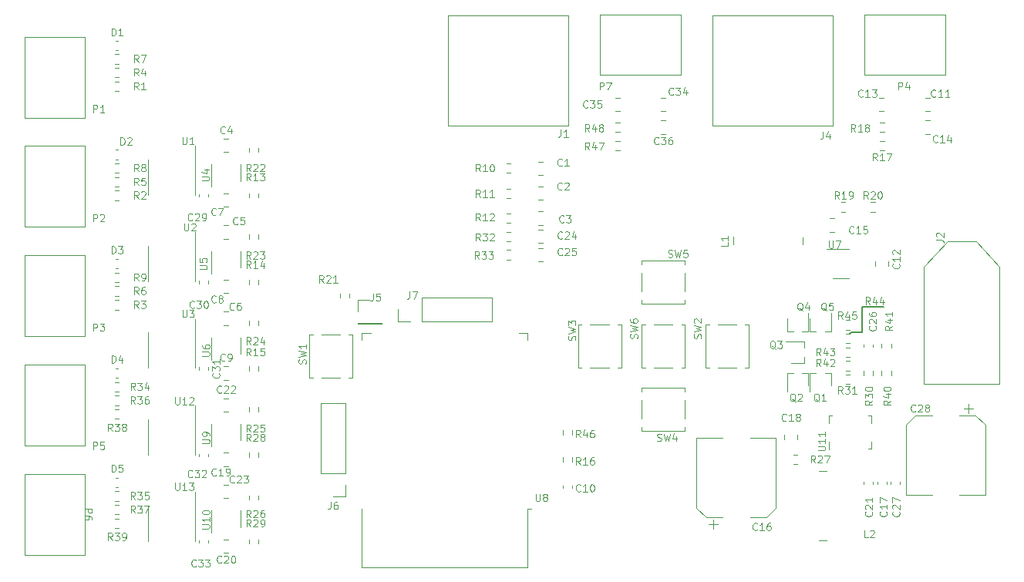
<source format=gbr>
%TF.GenerationSoftware,KiCad,Pcbnew,(5.99.0-10506-gb986797469)*%
%TF.CreationDate,2021-11-30T23:31:34+01:00*%
%TF.ProjectId,Power_Over_Regular_Normal_HUB,506f7765-725f-44f7-9665-725f52656775,rev?*%
%TF.SameCoordinates,Original*%
%TF.FileFunction,Legend,Top*%
%TF.FilePolarity,Positive*%
%FSLAX46Y46*%
G04 Gerber Fmt 4.6, Leading zero omitted, Abs format (unit mm)*
G04 Created by KiCad (PCBNEW (5.99.0-10506-gb986797469)) date 2021-11-30 23:31:34*
%MOMM*%
%LPD*%
G01*
G04 APERTURE LIST*
%ADD10C,0.150000*%
%ADD11C,0.100000*%
%ADD12C,0.120000*%
G04 APERTURE END LIST*
D10*
X153800000Y-89200000D02*
X156200000Y-89200000D01*
X152600000Y-92000000D02*
X153800000Y-92000000D01*
X152487258Y-92182500D02*
X152600000Y-92000000D01*
X153800000Y-92000000D02*
X153800000Y-89200000D01*
D11*
%TO.C,R25*%
X86685714Y-102961904D02*
X86419047Y-102580952D01*
X86228571Y-102961904D02*
X86228571Y-102161904D01*
X86533333Y-102161904D01*
X86609523Y-102200000D01*
X86647619Y-102238095D01*
X86685714Y-102314285D01*
X86685714Y-102428571D01*
X86647619Y-102504761D01*
X86609523Y-102542857D01*
X86533333Y-102580952D01*
X86228571Y-102580952D01*
X86990476Y-102238095D02*
X87028571Y-102200000D01*
X87104761Y-102161904D01*
X87295238Y-102161904D01*
X87371428Y-102200000D01*
X87409523Y-102238095D01*
X87447619Y-102314285D01*
X87447619Y-102390476D01*
X87409523Y-102504761D01*
X86952380Y-102961904D01*
X87447619Y-102961904D01*
X88171428Y-102161904D02*
X87790476Y-102161904D01*
X87752380Y-102542857D01*
X87790476Y-102504761D01*
X87866666Y-102466666D01*
X88057142Y-102466666D01*
X88133333Y-102504761D01*
X88171428Y-102542857D01*
X88209523Y-102619047D01*
X88209523Y-102809523D01*
X88171428Y-102885714D01*
X88133333Y-102923809D01*
X88057142Y-102961904D01*
X87866666Y-102961904D01*
X87790476Y-102923809D01*
X87752380Y-102885714D01*
%TO.C,R12*%
X111885714Y-79761904D02*
X111619047Y-79380952D01*
X111428571Y-79761904D02*
X111428571Y-78961904D01*
X111733333Y-78961904D01*
X111809523Y-79000000D01*
X111847619Y-79038095D01*
X111885714Y-79114285D01*
X111885714Y-79228571D01*
X111847619Y-79304761D01*
X111809523Y-79342857D01*
X111733333Y-79380952D01*
X111428571Y-79380952D01*
X112647619Y-79761904D02*
X112190476Y-79761904D01*
X112419047Y-79761904D02*
X112419047Y-78961904D01*
X112342857Y-79076190D01*
X112266666Y-79152380D01*
X112190476Y-79190476D01*
X112952380Y-79038095D02*
X112990476Y-79000000D01*
X113066666Y-78961904D01*
X113257142Y-78961904D01*
X113333333Y-79000000D01*
X113371428Y-79038095D01*
X113409523Y-79114285D01*
X113409523Y-79190476D01*
X113371428Y-79304761D01*
X112914285Y-79761904D01*
X113409523Y-79761904D01*
%TO.C,C7*%
X82866666Y-79085714D02*
X82828571Y-79123809D01*
X82714285Y-79161904D01*
X82638095Y-79161904D01*
X82523809Y-79123809D01*
X82447619Y-79047619D01*
X82409523Y-78971428D01*
X82371428Y-78819047D01*
X82371428Y-78704761D01*
X82409523Y-78552380D01*
X82447619Y-78476190D01*
X82523809Y-78400000D01*
X82638095Y-78361904D01*
X82714285Y-78361904D01*
X82828571Y-78400000D01*
X82866666Y-78438095D01*
X83133333Y-78361904D02*
X83666666Y-78361904D01*
X83323809Y-79161904D01*
%TO.C,U6*%
X81361904Y-94609523D02*
X82009523Y-94609523D01*
X82085714Y-94571428D01*
X82123809Y-94533333D01*
X82161904Y-94457142D01*
X82161904Y-94304761D01*
X82123809Y-94228571D01*
X82085714Y-94190476D01*
X82009523Y-94152380D01*
X81361904Y-94152380D01*
X81361904Y-93428571D02*
X81361904Y-93580952D01*
X81400000Y-93657142D01*
X81438095Y-93695238D01*
X81552380Y-93771428D01*
X81704761Y-93809523D01*
X82009523Y-93809523D01*
X82085714Y-93771428D01*
X82123809Y-93733333D01*
X82161904Y-93657142D01*
X82161904Y-93504761D01*
X82123809Y-93428571D01*
X82085714Y-93390476D01*
X82009523Y-93352380D01*
X81819047Y-93352380D01*
X81742857Y-93390476D01*
X81704761Y-93428571D01*
X81666666Y-93504761D01*
X81666666Y-93657142D01*
X81704761Y-93733333D01*
X81742857Y-93771428D01*
X81819047Y-93809523D01*
%TO.C,U9*%
X81361904Y-104209523D02*
X82009523Y-104209523D01*
X82085714Y-104171428D01*
X82123809Y-104133333D01*
X82161904Y-104057142D01*
X82161904Y-103904761D01*
X82123809Y-103828571D01*
X82085714Y-103790476D01*
X82009523Y-103752380D01*
X81361904Y-103752380D01*
X82161904Y-103333333D02*
X82161904Y-103180952D01*
X82123809Y-103104761D01*
X82085714Y-103066666D01*
X81971428Y-102990476D01*
X81819047Y-102952380D01*
X81514285Y-102952380D01*
X81438095Y-102990476D01*
X81400000Y-103028571D01*
X81361904Y-103104761D01*
X81361904Y-103257142D01*
X81400000Y-103333333D01*
X81438095Y-103371428D01*
X81514285Y-103409523D01*
X81704761Y-103409523D01*
X81780952Y-103371428D01*
X81819047Y-103333333D01*
X81857142Y-103257142D01*
X81857142Y-103104761D01*
X81819047Y-103028571D01*
X81780952Y-102990476D01*
X81704761Y-102952380D01*
%TO.C,D4*%
X71409523Y-95361904D02*
X71409523Y-94561904D01*
X71600000Y-94561904D01*
X71714285Y-94600000D01*
X71790476Y-94676190D01*
X71828571Y-94752380D01*
X71866666Y-94904761D01*
X71866666Y-95019047D01*
X71828571Y-95171428D01*
X71790476Y-95247619D01*
X71714285Y-95323809D01*
X71600000Y-95361904D01*
X71409523Y-95361904D01*
X72552380Y-94828571D02*
X72552380Y-95361904D01*
X72361904Y-94523809D02*
X72171428Y-95095238D01*
X72666666Y-95095238D01*
%TO.C,P4*%
X157809523Y-65361904D02*
X157809523Y-64561904D01*
X158114285Y-64561904D01*
X158190476Y-64600000D01*
X158228571Y-64638095D01*
X158266666Y-64714285D01*
X158266666Y-64828571D01*
X158228571Y-64904761D01*
X158190476Y-64942857D01*
X158114285Y-64980952D01*
X157809523Y-64980952D01*
X158952380Y-64828571D02*
X158952380Y-65361904D01*
X158761904Y-64523809D02*
X158571428Y-65095238D01*
X159066666Y-65095238D01*
%TO.C,SW1*%
X92723809Y-95466666D02*
X92761904Y-95352380D01*
X92761904Y-95161904D01*
X92723809Y-95085714D01*
X92685714Y-95047619D01*
X92609523Y-95009523D01*
X92533333Y-95009523D01*
X92457142Y-95047619D01*
X92419047Y-95085714D01*
X92380952Y-95161904D01*
X92342857Y-95314285D01*
X92304761Y-95390476D01*
X92266666Y-95428571D01*
X92190476Y-95466666D01*
X92114285Y-95466666D01*
X92038095Y-95428571D01*
X92000000Y-95390476D01*
X91961904Y-95314285D01*
X91961904Y-95123809D01*
X92000000Y-95009523D01*
X91961904Y-94742857D02*
X92761904Y-94552380D01*
X92190476Y-94400000D01*
X92761904Y-94247619D01*
X91961904Y-94057142D01*
X92761904Y-93333333D02*
X92761904Y-93790476D01*
X92761904Y-93561904D02*
X91961904Y-93561904D01*
X92076190Y-93638095D01*
X92152380Y-93714285D01*
X92190476Y-93790476D01*
%TO.C,C27*%
X157885714Y-111714285D02*
X157923809Y-111752380D01*
X157961904Y-111866666D01*
X157961904Y-111942857D01*
X157923809Y-112057142D01*
X157847619Y-112133333D01*
X157771428Y-112171428D01*
X157619047Y-112209523D01*
X157504761Y-112209523D01*
X157352380Y-112171428D01*
X157276190Y-112133333D01*
X157200000Y-112057142D01*
X157161904Y-111942857D01*
X157161904Y-111866666D01*
X157200000Y-111752380D01*
X157238095Y-111714285D01*
X157238095Y-111409523D02*
X157200000Y-111371428D01*
X157161904Y-111295238D01*
X157161904Y-111104761D01*
X157200000Y-111028571D01*
X157238095Y-110990476D01*
X157314285Y-110952380D01*
X157390476Y-110952380D01*
X157504761Y-110990476D01*
X157961904Y-111447619D01*
X157961904Y-110952380D01*
X157161904Y-110685714D02*
X157161904Y-110152380D01*
X157961904Y-110495238D01*
%TO.C,R45*%
X151685714Y-90561904D02*
X151419047Y-90180952D01*
X151228571Y-90561904D02*
X151228571Y-89761904D01*
X151533333Y-89761904D01*
X151609523Y-89800000D01*
X151647619Y-89838095D01*
X151685714Y-89914285D01*
X151685714Y-90028571D01*
X151647619Y-90104761D01*
X151609523Y-90142857D01*
X151533333Y-90180952D01*
X151228571Y-90180952D01*
X152371428Y-90028571D02*
X152371428Y-90561904D01*
X152180952Y-89723809D02*
X151990476Y-90295238D01*
X152485714Y-90295238D01*
X153171428Y-89761904D02*
X152790476Y-89761904D01*
X152752380Y-90142857D01*
X152790476Y-90104761D01*
X152866666Y-90066666D01*
X153057142Y-90066666D01*
X153133333Y-90104761D01*
X153171428Y-90142857D01*
X153209523Y-90219047D01*
X153209523Y-90409523D01*
X153171428Y-90485714D01*
X153133333Y-90523809D01*
X153057142Y-90561904D01*
X152866666Y-90561904D01*
X152790476Y-90523809D01*
X152752380Y-90485714D01*
%TO.C,R16*%
X122885714Y-106561904D02*
X122619047Y-106180952D01*
X122428571Y-106561904D02*
X122428571Y-105761904D01*
X122733333Y-105761904D01*
X122809523Y-105800000D01*
X122847619Y-105838095D01*
X122885714Y-105914285D01*
X122885714Y-106028571D01*
X122847619Y-106104761D01*
X122809523Y-106142857D01*
X122733333Y-106180952D01*
X122428571Y-106180952D01*
X123647619Y-106561904D02*
X123190476Y-106561904D01*
X123419047Y-106561904D02*
X123419047Y-105761904D01*
X123342857Y-105876190D01*
X123266666Y-105952380D01*
X123190476Y-105990476D01*
X124333333Y-105761904D02*
X124180952Y-105761904D01*
X124104761Y-105800000D01*
X124066666Y-105838095D01*
X123990476Y-105952380D01*
X123952380Y-106104761D01*
X123952380Y-106409523D01*
X123990476Y-106485714D01*
X124028571Y-106523809D01*
X124104761Y-106561904D01*
X124257142Y-106561904D01*
X124333333Y-106523809D01*
X124371428Y-106485714D01*
X124409523Y-106409523D01*
X124409523Y-106219047D01*
X124371428Y-106142857D01*
X124333333Y-106104761D01*
X124257142Y-106066666D01*
X124104761Y-106066666D01*
X124028571Y-106104761D01*
X123990476Y-106142857D01*
X123952380Y-106219047D01*
%TO.C,R47*%
X123885714Y-71961904D02*
X123619047Y-71580952D01*
X123428571Y-71961904D02*
X123428571Y-71161904D01*
X123733333Y-71161904D01*
X123809523Y-71200000D01*
X123847619Y-71238095D01*
X123885714Y-71314285D01*
X123885714Y-71428571D01*
X123847619Y-71504761D01*
X123809523Y-71542857D01*
X123733333Y-71580952D01*
X123428571Y-71580952D01*
X124571428Y-71428571D02*
X124571428Y-71961904D01*
X124380952Y-71123809D02*
X124190476Y-71695238D01*
X124685714Y-71695238D01*
X124914285Y-71161904D02*
X125447619Y-71161904D01*
X125104761Y-71961904D01*
%TO.C,L2*%
X154466666Y-114561904D02*
X154085714Y-114561904D01*
X154085714Y-113761904D01*
X154695238Y-113838095D02*
X154733333Y-113800000D01*
X154809523Y-113761904D01*
X155000000Y-113761904D01*
X155076190Y-113800000D01*
X155114285Y-113838095D01*
X155152380Y-113914285D01*
X155152380Y-113990476D01*
X155114285Y-114104761D01*
X154657142Y-114561904D01*
X155152380Y-114561904D01*
%TO.C,R22*%
X86685714Y-74361904D02*
X86419047Y-73980952D01*
X86228571Y-74361904D02*
X86228571Y-73561904D01*
X86533333Y-73561904D01*
X86609523Y-73600000D01*
X86647619Y-73638095D01*
X86685714Y-73714285D01*
X86685714Y-73828571D01*
X86647619Y-73904761D01*
X86609523Y-73942857D01*
X86533333Y-73980952D01*
X86228571Y-73980952D01*
X86990476Y-73638095D02*
X87028571Y-73600000D01*
X87104761Y-73561904D01*
X87295238Y-73561904D01*
X87371428Y-73600000D01*
X87409523Y-73638095D01*
X87447619Y-73714285D01*
X87447619Y-73790476D01*
X87409523Y-73904761D01*
X86952380Y-74361904D01*
X87447619Y-74361904D01*
X87752380Y-73638095D02*
X87790476Y-73600000D01*
X87866666Y-73561904D01*
X88057142Y-73561904D01*
X88133333Y-73600000D01*
X88171428Y-73638095D01*
X88209523Y-73714285D01*
X88209523Y-73790476D01*
X88171428Y-73904761D01*
X87714285Y-74361904D01*
X88209523Y-74361904D01*
%TO.C,U7*%
X150190476Y-81961904D02*
X150190476Y-82609523D01*
X150228571Y-82685714D01*
X150266666Y-82723809D01*
X150342857Y-82761904D01*
X150495238Y-82761904D01*
X150571428Y-82723809D01*
X150609523Y-82685714D01*
X150647619Y-82609523D01*
X150647619Y-81961904D01*
X150952380Y-81961904D02*
X151485714Y-81961904D01*
X151142857Y-82761904D01*
%TO.C,C29*%
X80285714Y-79685714D02*
X80247619Y-79723809D01*
X80133333Y-79761904D01*
X80057142Y-79761904D01*
X79942857Y-79723809D01*
X79866666Y-79647619D01*
X79828571Y-79571428D01*
X79790476Y-79419047D01*
X79790476Y-79304761D01*
X79828571Y-79152380D01*
X79866666Y-79076190D01*
X79942857Y-79000000D01*
X80057142Y-78961904D01*
X80133333Y-78961904D01*
X80247619Y-79000000D01*
X80285714Y-79038095D01*
X80590476Y-79038095D02*
X80628571Y-79000000D01*
X80704761Y-78961904D01*
X80895238Y-78961904D01*
X80971428Y-79000000D01*
X81009523Y-79038095D01*
X81047619Y-79114285D01*
X81047619Y-79190476D01*
X81009523Y-79304761D01*
X80552380Y-79761904D01*
X81047619Y-79761904D01*
X81428571Y-79761904D02*
X81580952Y-79761904D01*
X81657142Y-79723809D01*
X81695238Y-79685714D01*
X81771428Y-79571428D01*
X81809523Y-79419047D01*
X81809523Y-79114285D01*
X81771428Y-79038095D01*
X81733333Y-79000000D01*
X81657142Y-78961904D01*
X81504761Y-78961904D01*
X81428571Y-79000000D01*
X81390476Y-79038095D01*
X81352380Y-79114285D01*
X81352380Y-79304761D01*
X81390476Y-79380952D01*
X81428571Y-79419047D01*
X81504761Y-79457142D01*
X81657142Y-79457142D01*
X81733333Y-79419047D01*
X81771428Y-79380952D01*
X81809523Y-79304761D01*
%TO.C,C31*%
X83215714Y-96514285D02*
X83253809Y-96552380D01*
X83291904Y-96666666D01*
X83291904Y-96742857D01*
X83253809Y-96857142D01*
X83177619Y-96933333D01*
X83101428Y-96971428D01*
X82949047Y-97009523D01*
X82834761Y-97009523D01*
X82682380Y-96971428D01*
X82606190Y-96933333D01*
X82530000Y-96857142D01*
X82491904Y-96742857D01*
X82491904Y-96666666D01*
X82530000Y-96552380D01*
X82568095Y-96514285D01*
X82491904Y-96247619D02*
X82491904Y-95752380D01*
X82796666Y-96019047D01*
X82796666Y-95904761D01*
X82834761Y-95828571D01*
X82872857Y-95790476D01*
X82949047Y-95752380D01*
X83139523Y-95752380D01*
X83215714Y-95790476D01*
X83253809Y-95828571D01*
X83291904Y-95904761D01*
X83291904Y-96133333D01*
X83253809Y-96209523D01*
X83215714Y-96247619D01*
X83291904Y-94990476D02*
X83291904Y-95447619D01*
X83291904Y-95219047D02*
X82491904Y-95219047D01*
X82606190Y-95295238D01*
X82682380Y-95371428D01*
X82720476Y-95447619D01*
%TO.C,SW5*%
X132533333Y-83723809D02*
X132647619Y-83761904D01*
X132838095Y-83761904D01*
X132914285Y-83723809D01*
X132952380Y-83685714D01*
X132990476Y-83609523D01*
X132990476Y-83533333D01*
X132952380Y-83457142D01*
X132914285Y-83419047D01*
X132838095Y-83380952D01*
X132685714Y-83342857D01*
X132609523Y-83304761D01*
X132571428Y-83266666D01*
X132533333Y-83190476D01*
X132533333Y-83114285D01*
X132571428Y-83038095D01*
X132609523Y-83000000D01*
X132685714Y-82961904D01*
X132876190Y-82961904D01*
X132990476Y-83000000D01*
X133257142Y-82961904D02*
X133447619Y-83761904D01*
X133600000Y-83190476D01*
X133752380Y-83761904D01*
X133942857Y-82961904D01*
X134628571Y-82961904D02*
X134247619Y-82961904D01*
X134209523Y-83342857D01*
X134247619Y-83304761D01*
X134323809Y-83266666D01*
X134514285Y-83266666D01*
X134590476Y-83304761D01*
X134628571Y-83342857D01*
X134666666Y-83419047D01*
X134666666Y-83609523D01*
X134628571Y-83685714D01*
X134590476Y-83723809D01*
X134514285Y-83761904D01*
X134323809Y-83761904D01*
X134247619Y-83723809D01*
X134209523Y-83685714D01*
%TO.C,C33*%
X80685714Y-117685714D02*
X80647619Y-117723809D01*
X80533333Y-117761904D01*
X80457142Y-117761904D01*
X80342857Y-117723809D01*
X80266666Y-117647619D01*
X80228571Y-117571428D01*
X80190476Y-117419047D01*
X80190476Y-117304761D01*
X80228571Y-117152380D01*
X80266666Y-117076190D01*
X80342857Y-117000000D01*
X80457142Y-116961904D01*
X80533333Y-116961904D01*
X80647619Y-117000000D01*
X80685714Y-117038095D01*
X80952380Y-116961904D02*
X81447619Y-116961904D01*
X81180952Y-117266666D01*
X81295238Y-117266666D01*
X81371428Y-117304761D01*
X81409523Y-117342857D01*
X81447619Y-117419047D01*
X81447619Y-117609523D01*
X81409523Y-117685714D01*
X81371428Y-117723809D01*
X81295238Y-117761904D01*
X81066666Y-117761904D01*
X80990476Y-117723809D01*
X80952380Y-117685714D01*
X81714285Y-116961904D02*
X82209523Y-116961904D01*
X81942857Y-117266666D01*
X82057142Y-117266666D01*
X82133333Y-117304761D01*
X82171428Y-117342857D01*
X82209523Y-117419047D01*
X82209523Y-117609523D01*
X82171428Y-117685714D01*
X82133333Y-117723809D01*
X82057142Y-117761904D01*
X81828571Y-117761904D01*
X81752380Y-117723809D01*
X81714285Y-117685714D01*
%TO.C,R28*%
X86685714Y-103961904D02*
X86419047Y-103580952D01*
X86228571Y-103961904D02*
X86228571Y-103161904D01*
X86533333Y-103161904D01*
X86609523Y-103200000D01*
X86647619Y-103238095D01*
X86685714Y-103314285D01*
X86685714Y-103428571D01*
X86647619Y-103504761D01*
X86609523Y-103542857D01*
X86533333Y-103580952D01*
X86228571Y-103580952D01*
X86990476Y-103238095D02*
X87028571Y-103200000D01*
X87104761Y-103161904D01*
X87295238Y-103161904D01*
X87371428Y-103200000D01*
X87409523Y-103238095D01*
X87447619Y-103314285D01*
X87447619Y-103390476D01*
X87409523Y-103504761D01*
X86952380Y-103961904D01*
X87447619Y-103961904D01*
X87904761Y-103504761D02*
X87828571Y-103466666D01*
X87790476Y-103428571D01*
X87752380Y-103352380D01*
X87752380Y-103314285D01*
X87790476Y-103238095D01*
X87828571Y-103200000D01*
X87904761Y-103161904D01*
X88057142Y-103161904D01*
X88133333Y-103200000D01*
X88171428Y-103238095D01*
X88209523Y-103314285D01*
X88209523Y-103352380D01*
X88171428Y-103428571D01*
X88133333Y-103466666D01*
X88057142Y-103504761D01*
X87904761Y-103504761D01*
X87828571Y-103542857D01*
X87790476Y-103580952D01*
X87752380Y-103657142D01*
X87752380Y-103809523D01*
X87790476Y-103885714D01*
X87828571Y-103923809D01*
X87904761Y-103961904D01*
X88057142Y-103961904D01*
X88133333Y-103923809D01*
X88171428Y-103885714D01*
X88209523Y-103809523D01*
X88209523Y-103657142D01*
X88171428Y-103580952D01*
X88133333Y-103542857D01*
X88057142Y-103504761D01*
%TO.C,C12*%
X157885714Y-84514285D02*
X157923809Y-84552380D01*
X157961904Y-84666666D01*
X157961904Y-84742857D01*
X157923809Y-84857142D01*
X157847619Y-84933333D01*
X157771428Y-84971428D01*
X157619047Y-85009523D01*
X157504761Y-85009523D01*
X157352380Y-84971428D01*
X157276190Y-84933333D01*
X157200000Y-84857142D01*
X157161904Y-84742857D01*
X157161904Y-84666666D01*
X157200000Y-84552380D01*
X157238095Y-84514285D01*
X157961904Y-83752380D02*
X157961904Y-84209523D01*
X157961904Y-83980952D02*
X157161904Y-83980952D01*
X157276190Y-84057142D01*
X157352380Y-84133333D01*
X157390476Y-84209523D01*
X157238095Y-83447619D02*
X157200000Y-83409523D01*
X157161904Y-83333333D01*
X157161904Y-83142857D01*
X157200000Y-83066666D01*
X157238095Y-83028571D01*
X157314285Y-82990476D01*
X157390476Y-82990476D01*
X157504761Y-83028571D01*
X157961904Y-83485714D01*
X157961904Y-82990476D01*
%TO.C,R44*%
X154685714Y-88961904D02*
X154419047Y-88580952D01*
X154228571Y-88961904D02*
X154228571Y-88161904D01*
X154533333Y-88161904D01*
X154609523Y-88200000D01*
X154647619Y-88238095D01*
X154685714Y-88314285D01*
X154685714Y-88428571D01*
X154647619Y-88504761D01*
X154609523Y-88542857D01*
X154533333Y-88580952D01*
X154228571Y-88580952D01*
X155371428Y-88428571D02*
X155371428Y-88961904D01*
X155180952Y-88123809D02*
X154990476Y-88695238D01*
X155485714Y-88695238D01*
X156133333Y-88428571D02*
X156133333Y-88961904D01*
X155942857Y-88123809D02*
X155752380Y-88695238D01*
X156247619Y-88695238D01*
%TO.C,C4*%
X83866666Y-70105714D02*
X83828571Y-70143809D01*
X83714285Y-70181904D01*
X83638095Y-70181904D01*
X83523809Y-70143809D01*
X83447619Y-70067619D01*
X83409523Y-69991428D01*
X83371428Y-69839047D01*
X83371428Y-69724761D01*
X83409523Y-69572380D01*
X83447619Y-69496190D01*
X83523809Y-69420000D01*
X83638095Y-69381904D01*
X83714285Y-69381904D01*
X83828571Y-69420000D01*
X83866666Y-69458095D01*
X84552380Y-69648571D02*
X84552380Y-70181904D01*
X84361904Y-69343809D02*
X84171428Y-69915238D01*
X84666666Y-69915238D01*
%TO.C,C16*%
X142285714Y-113685714D02*
X142247619Y-113723809D01*
X142133333Y-113761904D01*
X142057142Y-113761904D01*
X141942857Y-113723809D01*
X141866666Y-113647619D01*
X141828571Y-113571428D01*
X141790476Y-113419047D01*
X141790476Y-113304761D01*
X141828571Y-113152380D01*
X141866666Y-113076190D01*
X141942857Y-113000000D01*
X142057142Y-112961904D01*
X142133333Y-112961904D01*
X142247619Y-113000000D01*
X142285714Y-113038095D01*
X143047619Y-113761904D02*
X142590476Y-113761904D01*
X142819047Y-113761904D02*
X142819047Y-112961904D01*
X142742857Y-113076190D01*
X142666666Y-113152380D01*
X142590476Y-113190476D01*
X143733333Y-112961904D02*
X143580952Y-112961904D01*
X143504761Y-113000000D01*
X143466666Y-113038095D01*
X143390476Y-113152380D01*
X143352380Y-113304761D01*
X143352380Y-113609523D01*
X143390476Y-113685714D01*
X143428571Y-113723809D01*
X143504761Y-113761904D01*
X143657142Y-113761904D01*
X143733333Y-113723809D01*
X143771428Y-113685714D01*
X143809523Y-113609523D01*
X143809523Y-113419047D01*
X143771428Y-113342857D01*
X143733333Y-113304761D01*
X143657142Y-113266666D01*
X143504761Y-113266666D01*
X143428571Y-113304761D01*
X143390476Y-113342857D01*
X143352380Y-113419047D01*
%TO.C,D1*%
X71409523Y-59431904D02*
X71409523Y-58631904D01*
X71600000Y-58631904D01*
X71714285Y-58670000D01*
X71790476Y-58746190D01*
X71828571Y-58822380D01*
X71866666Y-58974761D01*
X71866666Y-59089047D01*
X71828571Y-59241428D01*
X71790476Y-59317619D01*
X71714285Y-59393809D01*
X71600000Y-59431904D01*
X71409523Y-59431904D01*
X72628571Y-59431904D02*
X72171428Y-59431904D01*
X72400000Y-59431904D02*
X72400000Y-58631904D01*
X72323809Y-58746190D01*
X72247619Y-58822380D01*
X72171428Y-58860476D01*
%TO.C,R23*%
X86685714Y-83961904D02*
X86419047Y-83580952D01*
X86228571Y-83961904D02*
X86228571Y-83161904D01*
X86533333Y-83161904D01*
X86609523Y-83200000D01*
X86647619Y-83238095D01*
X86685714Y-83314285D01*
X86685714Y-83428571D01*
X86647619Y-83504761D01*
X86609523Y-83542857D01*
X86533333Y-83580952D01*
X86228571Y-83580952D01*
X86990476Y-83238095D02*
X87028571Y-83200000D01*
X87104761Y-83161904D01*
X87295238Y-83161904D01*
X87371428Y-83200000D01*
X87409523Y-83238095D01*
X87447619Y-83314285D01*
X87447619Y-83390476D01*
X87409523Y-83504761D01*
X86952380Y-83961904D01*
X87447619Y-83961904D01*
X87714285Y-83161904D02*
X88209523Y-83161904D01*
X87942857Y-83466666D01*
X88057142Y-83466666D01*
X88133333Y-83504761D01*
X88171428Y-83542857D01*
X88209523Y-83619047D01*
X88209523Y-83809523D01*
X88171428Y-83885714D01*
X88133333Y-83923809D01*
X88057142Y-83961904D01*
X87828571Y-83961904D01*
X87752380Y-83923809D01*
X87714285Y-83885714D01*
%TO.C,C9*%
X83866666Y-95105714D02*
X83828571Y-95143809D01*
X83714285Y-95181904D01*
X83638095Y-95181904D01*
X83523809Y-95143809D01*
X83447619Y-95067619D01*
X83409523Y-94991428D01*
X83371428Y-94839047D01*
X83371428Y-94724761D01*
X83409523Y-94572380D01*
X83447619Y-94496190D01*
X83523809Y-94420000D01*
X83638095Y-94381904D01*
X83714285Y-94381904D01*
X83828571Y-94420000D01*
X83866666Y-94458095D01*
X84247619Y-95181904D02*
X84400000Y-95181904D01*
X84476190Y-95143809D01*
X84514285Y-95105714D01*
X84590476Y-94991428D01*
X84628571Y-94839047D01*
X84628571Y-94534285D01*
X84590476Y-94458095D01*
X84552380Y-94420000D01*
X84476190Y-94381904D01*
X84323809Y-94381904D01*
X84247619Y-94420000D01*
X84209523Y-94458095D01*
X84171428Y-94534285D01*
X84171428Y-94724761D01*
X84209523Y-94800952D01*
X84247619Y-94839047D01*
X84323809Y-94877142D01*
X84476190Y-94877142D01*
X84552380Y-94839047D01*
X84590476Y-94800952D01*
X84628571Y-94724761D01*
%TO.C,C13*%
X153885714Y-66085714D02*
X153847619Y-66123809D01*
X153733333Y-66161904D01*
X153657142Y-66161904D01*
X153542857Y-66123809D01*
X153466666Y-66047619D01*
X153428571Y-65971428D01*
X153390476Y-65819047D01*
X153390476Y-65704761D01*
X153428571Y-65552380D01*
X153466666Y-65476190D01*
X153542857Y-65400000D01*
X153657142Y-65361904D01*
X153733333Y-65361904D01*
X153847619Y-65400000D01*
X153885714Y-65438095D01*
X154647619Y-66161904D02*
X154190476Y-66161904D01*
X154419047Y-66161904D02*
X154419047Y-65361904D01*
X154342857Y-65476190D01*
X154266666Y-65552380D01*
X154190476Y-65590476D01*
X154914285Y-65361904D02*
X155409523Y-65361904D01*
X155142857Y-65666666D01*
X155257142Y-65666666D01*
X155333333Y-65704761D01*
X155371428Y-65742857D01*
X155409523Y-65819047D01*
X155409523Y-66009523D01*
X155371428Y-66085714D01*
X155333333Y-66123809D01*
X155257142Y-66161904D01*
X155028571Y-66161904D01*
X154952380Y-66123809D01*
X154914285Y-66085714D01*
%TO.C,U3*%
X79190476Y-89561904D02*
X79190476Y-90209523D01*
X79228571Y-90285714D01*
X79266666Y-90323809D01*
X79342857Y-90361904D01*
X79495238Y-90361904D01*
X79571428Y-90323809D01*
X79609523Y-90285714D01*
X79647619Y-90209523D01*
X79647619Y-89561904D01*
X79952380Y-89561904D02*
X80447619Y-89561904D01*
X80180952Y-89866666D01*
X80295238Y-89866666D01*
X80371428Y-89904761D01*
X80409523Y-89942857D01*
X80447619Y-90019047D01*
X80447619Y-90209523D01*
X80409523Y-90285714D01*
X80371428Y-90323809D01*
X80295238Y-90361904D01*
X80066666Y-90361904D01*
X79990476Y-90323809D01*
X79952380Y-90285714D01*
%TO.C,R48*%
X123885714Y-69961904D02*
X123619047Y-69580952D01*
X123428571Y-69961904D02*
X123428571Y-69161904D01*
X123733333Y-69161904D01*
X123809523Y-69200000D01*
X123847619Y-69238095D01*
X123885714Y-69314285D01*
X123885714Y-69428571D01*
X123847619Y-69504761D01*
X123809523Y-69542857D01*
X123733333Y-69580952D01*
X123428571Y-69580952D01*
X124571428Y-69428571D02*
X124571428Y-69961904D01*
X124380952Y-69123809D02*
X124190476Y-69695238D01*
X124685714Y-69695238D01*
X125104761Y-69504761D02*
X125028571Y-69466666D01*
X124990476Y-69428571D01*
X124952380Y-69352380D01*
X124952380Y-69314285D01*
X124990476Y-69238095D01*
X125028571Y-69200000D01*
X125104761Y-69161904D01*
X125257142Y-69161904D01*
X125333333Y-69200000D01*
X125371428Y-69238095D01*
X125409523Y-69314285D01*
X125409523Y-69352380D01*
X125371428Y-69428571D01*
X125333333Y-69466666D01*
X125257142Y-69504761D01*
X125104761Y-69504761D01*
X125028571Y-69542857D01*
X124990476Y-69580952D01*
X124952380Y-69657142D01*
X124952380Y-69809523D01*
X124990476Y-69885714D01*
X125028571Y-69923809D01*
X125104761Y-69961904D01*
X125257142Y-69961904D01*
X125333333Y-69923809D01*
X125371428Y-69885714D01*
X125409523Y-69809523D01*
X125409523Y-69657142D01*
X125371428Y-69580952D01*
X125333333Y-69542857D01*
X125257142Y-69504761D01*
%TO.C,P7*%
X125009523Y-65361904D02*
X125009523Y-64561904D01*
X125314285Y-64561904D01*
X125390476Y-64600000D01*
X125428571Y-64638095D01*
X125466666Y-64714285D01*
X125466666Y-64828571D01*
X125428571Y-64904761D01*
X125390476Y-64942857D01*
X125314285Y-64980952D01*
X125009523Y-64980952D01*
X125733333Y-64561904D02*
X126266666Y-64561904D01*
X125923809Y-65361904D01*
%TO.C,R38*%
X71485714Y-102861904D02*
X71219047Y-102480952D01*
X71028571Y-102861904D02*
X71028571Y-102061904D01*
X71333333Y-102061904D01*
X71409523Y-102100000D01*
X71447619Y-102138095D01*
X71485714Y-102214285D01*
X71485714Y-102328571D01*
X71447619Y-102404761D01*
X71409523Y-102442857D01*
X71333333Y-102480952D01*
X71028571Y-102480952D01*
X71752380Y-102061904D02*
X72247619Y-102061904D01*
X71980952Y-102366666D01*
X72095238Y-102366666D01*
X72171428Y-102404761D01*
X72209523Y-102442857D01*
X72247619Y-102519047D01*
X72247619Y-102709523D01*
X72209523Y-102785714D01*
X72171428Y-102823809D01*
X72095238Y-102861904D01*
X71866666Y-102861904D01*
X71790476Y-102823809D01*
X71752380Y-102785714D01*
X72704761Y-102404761D02*
X72628571Y-102366666D01*
X72590476Y-102328571D01*
X72552380Y-102252380D01*
X72552380Y-102214285D01*
X72590476Y-102138095D01*
X72628571Y-102100000D01*
X72704761Y-102061904D01*
X72857142Y-102061904D01*
X72933333Y-102100000D01*
X72971428Y-102138095D01*
X73009523Y-102214285D01*
X73009523Y-102252380D01*
X72971428Y-102328571D01*
X72933333Y-102366666D01*
X72857142Y-102404761D01*
X72704761Y-102404761D01*
X72628571Y-102442857D01*
X72590476Y-102480952D01*
X72552380Y-102557142D01*
X72552380Y-102709523D01*
X72590476Y-102785714D01*
X72628571Y-102823809D01*
X72704761Y-102861904D01*
X72857142Y-102861904D01*
X72933333Y-102823809D01*
X72971428Y-102785714D01*
X73009523Y-102709523D01*
X73009523Y-102557142D01*
X72971428Y-102480952D01*
X72933333Y-102442857D01*
X72857142Y-102404761D01*
%TO.C,C17*%
X156485714Y-111714285D02*
X156523809Y-111752380D01*
X156561904Y-111866666D01*
X156561904Y-111942857D01*
X156523809Y-112057142D01*
X156447619Y-112133333D01*
X156371428Y-112171428D01*
X156219047Y-112209523D01*
X156104761Y-112209523D01*
X155952380Y-112171428D01*
X155876190Y-112133333D01*
X155800000Y-112057142D01*
X155761904Y-111942857D01*
X155761904Y-111866666D01*
X155800000Y-111752380D01*
X155838095Y-111714285D01*
X156561904Y-110952380D02*
X156561904Y-111409523D01*
X156561904Y-111180952D02*
X155761904Y-111180952D01*
X155876190Y-111257142D01*
X155952380Y-111333333D01*
X155990476Y-111409523D01*
X155761904Y-110685714D02*
X155761904Y-110152380D01*
X156561904Y-110495238D01*
%TO.C,R36*%
X73985714Y-99861904D02*
X73719047Y-99480952D01*
X73528571Y-99861904D02*
X73528571Y-99061904D01*
X73833333Y-99061904D01*
X73909523Y-99100000D01*
X73947619Y-99138095D01*
X73985714Y-99214285D01*
X73985714Y-99328571D01*
X73947619Y-99404761D01*
X73909523Y-99442857D01*
X73833333Y-99480952D01*
X73528571Y-99480952D01*
X74252380Y-99061904D02*
X74747619Y-99061904D01*
X74480952Y-99366666D01*
X74595238Y-99366666D01*
X74671428Y-99404761D01*
X74709523Y-99442857D01*
X74747619Y-99519047D01*
X74747619Y-99709523D01*
X74709523Y-99785714D01*
X74671428Y-99823809D01*
X74595238Y-99861904D01*
X74366666Y-99861904D01*
X74290476Y-99823809D01*
X74252380Y-99785714D01*
X75433333Y-99061904D02*
X75280952Y-99061904D01*
X75204761Y-99100000D01*
X75166666Y-99138095D01*
X75090476Y-99252380D01*
X75052380Y-99404761D01*
X75052380Y-99709523D01*
X75090476Y-99785714D01*
X75128571Y-99823809D01*
X75204761Y-99861904D01*
X75357142Y-99861904D01*
X75433333Y-99823809D01*
X75471428Y-99785714D01*
X75509523Y-99709523D01*
X75509523Y-99519047D01*
X75471428Y-99442857D01*
X75433333Y-99404761D01*
X75357142Y-99366666D01*
X75204761Y-99366666D01*
X75128571Y-99404761D01*
X75090476Y-99442857D01*
X75052380Y-99519047D01*
%TO.C,R19*%
X151285714Y-77361904D02*
X151019047Y-76980952D01*
X150828571Y-77361904D02*
X150828571Y-76561904D01*
X151133333Y-76561904D01*
X151209523Y-76600000D01*
X151247619Y-76638095D01*
X151285714Y-76714285D01*
X151285714Y-76828571D01*
X151247619Y-76904761D01*
X151209523Y-76942857D01*
X151133333Y-76980952D01*
X150828571Y-76980952D01*
X152047619Y-77361904D02*
X151590476Y-77361904D01*
X151819047Y-77361904D02*
X151819047Y-76561904D01*
X151742857Y-76676190D01*
X151666666Y-76752380D01*
X151590476Y-76790476D01*
X152428571Y-77361904D02*
X152580952Y-77361904D01*
X152657142Y-77323809D01*
X152695238Y-77285714D01*
X152771428Y-77171428D01*
X152809523Y-77019047D01*
X152809523Y-76714285D01*
X152771428Y-76638095D01*
X152733333Y-76600000D01*
X152657142Y-76561904D01*
X152504761Y-76561904D01*
X152428571Y-76600000D01*
X152390476Y-76638095D01*
X152352380Y-76714285D01*
X152352380Y-76904761D01*
X152390476Y-76980952D01*
X152428571Y-77019047D01*
X152504761Y-77057142D01*
X152657142Y-77057142D01*
X152733333Y-77019047D01*
X152771428Y-76980952D01*
X152809523Y-76904761D01*
%TO.C,C5*%
X85266666Y-80085714D02*
X85228571Y-80123809D01*
X85114285Y-80161904D01*
X85038095Y-80161904D01*
X84923809Y-80123809D01*
X84847619Y-80047619D01*
X84809523Y-79971428D01*
X84771428Y-79819047D01*
X84771428Y-79704761D01*
X84809523Y-79552380D01*
X84847619Y-79476190D01*
X84923809Y-79400000D01*
X85038095Y-79361904D01*
X85114285Y-79361904D01*
X85228571Y-79400000D01*
X85266666Y-79438095D01*
X85990476Y-79361904D02*
X85609523Y-79361904D01*
X85571428Y-79742857D01*
X85609523Y-79704761D01*
X85685714Y-79666666D01*
X85876190Y-79666666D01*
X85952380Y-79704761D01*
X85990476Y-79742857D01*
X86028571Y-79819047D01*
X86028571Y-80009523D01*
X85990476Y-80085714D01*
X85952380Y-80123809D01*
X85876190Y-80161904D01*
X85685714Y-80161904D01*
X85609523Y-80123809D01*
X85571428Y-80085714D01*
%TO.C,Q3*%
X144323809Y-93838095D02*
X144247619Y-93800000D01*
X144171428Y-93723809D01*
X144057142Y-93609523D01*
X143980952Y-93571428D01*
X143904761Y-93571428D01*
X143942857Y-93761904D02*
X143866666Y-93723809D01*
X143790476Y-93647619D01*
X143752380Y-93495238D01*
X143752380Y-93228571D01*
X143790476Y-93076190D01*
X143866666Y-93000000D01*
X143942857Y-92961904D01*
X144095238Y-92961904D01*
X144171428Y-93000000D01*
X144247619Y-93076190D01*
X144285714Y-93228571D01*
X144285714Y-93495238D01*
X144247619Y-93647619D01*
X144171428Y-93723809D01*
X144095238Y-93761904D01*
X143942857Y-93761904D01*
X144552380Y-92961904D02*
X145047619Y-92961904D01*
X144780952Y-93266666D01*
X144895238Y-93266666D01*
X144971428Y-93304761D01*
X145009523Y-93342857D01*
X145047619Y-93419047D01*
X145047619Y-93609523D01*
X145009523Y-93685714D01*
X144971428Y-93723809D01*
X144895238Y-93761904D01*
X144666666Y-93761904D01*
X144590476Y-93723809D01*
X144552380Y-93685714D01*
%TO.C,J4*%
X149533333Y-69961904D02*
X149533333Y-70533333D01*
X149495238Y-70647619D01*
X149419047Y-70723809D01*
X149304761Y-70761904D01*
X149228571Y-70761904D01*
X150257142Y-70228571D02*
X150257142Y-70761904D01*
X150066666Y-69923809D02*
X149876190Y-70495238D01*
X150371428Y-70495238D01*
%TO.C,U2*%
X79390476Y-80061904D02*
X79390476Y-80709523D01*
X79428571Y-80785714D01*
X79466666Y-80823809D01*
X79542857Y-80861904D01*
X79695238Y-80861904D01*
X79771428Y-80823809D01*
X79809523Y-80785714D01*
X79847619Y-80709523D01*
X79847619Y-80061904D01*
X80190476Y-80138095D02*
X80228571Y-80100000D01*
X80304761Y-80061904D01*
X80495238Y-80061904D01*
X80571428Y-80100000D01*
X80609523Y-80138095D01*
X80647619Y-80214285D01*
X80647619Y-80290476D01*
X80609523Y-80404761D01*
X80152380Y-80861904D01*
X80647619Y-80861904D01*
%TO.C,R11*%
X111885714Y-77161904D02*
X111619047Y-76780952D01*
X111428571Y-77161904D02*
X111428571Y-76361904D01*
X111733333Y-76361904D01*
X111809523Y-76400000D01*
X111847619Y-76438095D01*
X111885714Y-76514285D01*
X111885714Y-76628571D01*
X111847619Y-76704761D01*
X111809523Y-76742857D01*
X111733333Y-76780952D01*
X111428571Y-76780952D01*
X112647619Y-77161904D02*
X112190476Y-77161904D01*
X112419047Y-77161904D02*
X112419047Y-76361904D01*
X112342857Y-76476190D01*
X112266666Y-76552380D01*
X112190476Y-76590476D01*
X113409523Y-77161904D02*
X112952380Y-77161904D01*
X113180952Y-77161904D02*
X113180952Y-76361904D01*
X113104761Y-76476190D01*
X113028571Y-76552380D01*
X112952380Y-76590476D01*
%TO.C,R10*%
X111885714Y-74361904D02*
X111619047Y-73980952D01*
X111428571Y-74361904D02*
X111428571Y-73561904D01*
X111733333Y-73561904D01*
X111809523Y-73600000D01*
X111847619Y-73638095D01*
X111885714Y-73714285D01*
X111885714Y-73828571D01*
X111847619Y-73904761D01*
X111809523Y-73942857D01*
X111733333Y-73980952D01*
X111428571Y-73980952D01*
X112647619Y-74361904D02*
X112190476Y-74361904D01*
X112419047Y-74361904D02*
X112419047Y-73561904D01*
X112342857Y-73676190D01*
X112266666Y-73752380D01*
X112190476Y-73790476D01*
X113142857Y-73561904D02*
X113219047Y-73561904D01*
X113295238Y-73600000D01*
X113333333Y-73638095D01*
X113371428Y-73714285D01*
X113409523Y-73866666D01*
X113409523Y-74057142D01*
X113371428Y-74209523D01*
X113333333Y-74285714D01*
X113295238Y-74323809D01*
X113219047Y-74361904D01*
X113142857Y-74361904D01*
X113066666Y-74323809D01*
X113028571Y-74285714D01*
X112990476Y-74209523D01*
X112952380Y-74057142D01*
X112952380Y-73866666D01*
X112990476Y-73714285D01*
X113028571Y-73638095D01*
X113066666Y-73600000D01*
X113142857Y-73561904D01*
%TO.C,C32*%
X80285714Y-107885714D02*
X80247619Y-107923809D01*
X80133333Y-107961904D01*
X80057142Y-107961904D01*
X79942857Y-107923809D01*
X79866666Y-107847619D01*
X79828571Y-107771428D01*
X79790476Y-107619047D01*
X79790476Y-107504761D01*
X79828571Y-107352380D01*
X79866666Y-107276190D01*
X79942857Y-107200000D01*
X80057142Y-107161904D01*
X80133333Y-107161904D01*
X80247619Y-107200000D01*
X80285714Y-107238095D01*
X80552380Y-107161904D02*
X81047619Y-107161904D01*
X80780952Y-107466666D01*
X80895238Y-107466666D01*
X80971428Y-107504761D01*
X81009523Y-107542857D01*
X81047619Y-107619047D01*
X81047619Y-107809523D01*
X81009523Y-107885714D01*
X80971428Y-107923809D01*
X80895238Y-107961904D01*
X80666666Y-107961904D01*
X80590476Y-107923809D01*
X80552380Y-107885714D01*
X81352380Y-107238095D02*
X81390476Y-107200000D01*
X81466666Y-107161904D01*
X81657142Y-107161904D01*
X81733333Y-107200000D01*
X81771428Y-107238095D01*
X81809523Y-107314285D01*
X81809523Y-107390476D01*
X81771428Y-107504761D01*
X81314285Y-107961904D01*
X81809523Y-107961904D01*
%TO.C,U10*%
X81361904Y-113590476D02*
X82009523Y-113590476D01*
X82085714Y-113552380D01*
X82123809Y-113514285D01*
X82161904Y-113438095D01*
X82161904Y-113285714D01*
X82123809Y-113209523D01*
X82085714Y-113171428D01*
X82009523Y-113133333D01*
X81361904Y-113133333D01*
X82161904Y-112333333D02*
X82161904Y-112790476D01*
X82161904Y-112561904D02*
X81361904Y-112561904D01*
X81476190Y-112638095D01*
X81552380Y-112714285D01*
X81590476Y-112790476D01*
X81361904Y-111838095D02*
X81361904Y-111761904D01*
X81400000Y-111685714D01*
X81438095Y-111647619D01*
X81514285Y-111609523D01*
X81666666Y-111571428D01*
X81857142Y-111571428D01*
X82009523Y-111609523D01*
X82085714Y-111647619D01*
X82123809Y-111685714D01*
X82161904Y-111761904D01*
X82161904Y-111838095D01*
X82123809Y-111914285D01*
X82085714Y-111952380D01*
X82009523Y-111990476D01*
X81857142Y-112028571D01*
X81666666Y-112028571D01*
X81514285Y-111990476D01*
X81438095Y-111952380D01*
X81400000Y-111914285D01*
X81361904Y-111838095D01*
%TO.C,R4*%
X74366666Y-63861904D02*
X74100000Y-63480952D01*
X73909523Y-63861904D02*
X73909523Y-63061904D01*
X74214285Y-63061904D01*
X74290476Y-63100000D01*
X74328571Y-63138095D01*
X74366666Y-63214285D01*
X74366666Y-63328571D01*
X74328571Y-63404761D01*
X74290476Y-63442857D01*
X74214285Y-63480952D01*
X73909523Y-63480952D01*
X75052380Y-63328571D02*
X75052380Y-63861904D01*
X74861904Y-63023809D02*
X74671428Y-63595238D01*
X75166666Y-63595238D01*
%TO.C,R40*%
X156961904Y-99514285D02*
X156580952Y-99780952D01*
X156961904Y-99971428D02*
X156161904Y-99971428D01*
X156161904Y-99666666D01*
X156200000Y-99590476D01*
X156238095Y-99552380D01*
X156314285Y-99514285D01*
X156428571Y-99514285D01*
X156504761Y-99552380D01*
X156542857Y-99590476D01*
X156580952Y-99666666D01*
X156580952Y-99971428D01*
X156428571Y-98828571D02*
X156961904Y-98828571D01*
X156123809Y-99019047D02*
X156695238Y-99209523D01*
X156695238Y-98714285D01*
X156161904Y-98257142D02*
X156161904Y-98180952D01*
X156200000Y-98104761D01*
X156238095Y-98066666D01*
X156314285Y-98028571D01*
X156466666Y-97990476D01*
X156657142Y-97990476D01*
X156809523Y-98028571D01*
X156885714Y-98066666D01*
X156923809Y-98104761D01*
X156961904Y-98180952D01*
X156961904Y-98257142D01*
X156923809Y-98333333D01*
X156885714Y-98371428D01*
X156809523Y-98409523D01*
X156657142Y-98447619D01*
X156466666Y-98447619D01*
X156314285Y-98409523D01*
X156238095Y-98371428D01*
X156200000Y-98333333D01*
X156161904Y-98257142D01*
%TO.C,J5*%
X100133333Y-87761904D02*
X100133333Y-88333333D01*
X100095238Y-88447619D01*
X100019047Y-88523809D01*
X99904761Y-88561904D01*
X99828571Y-88561904D01*
X100895238Y-87761904D02*
X100514285Y-87761904D01*
X100476190Y-88142857D01*
X100514285Y-88104761D01*
X100590476Y-88066666D01*
X100780952Y-88066666D01*
X100857142Y-88104761D01*
X100895238Y-88142857D01*
X100933333Y-88219047D01*
X100933333Y-88409523D01*
X100895238Y-88485714D01*
X100857142Y-88523809D01*
X100780952Y-88561904D01*
X100590476Y-88561904D01*
X100514285Y-88523809D01*
X100476190Y-88485714D01*
%TO.C,C3*%
X121066666Y-79885714D02*
X121028571Y-79923809D01*
X120914285Y-79961904D01*
X120838095Y-79961904D01*
X120723809Y-79923809D01*
X120647619Y-79847619D01*
X120609523Y-79771428D01*
X120571428Y-79619047D01*
X120571428Y-79504761D01*
X120609523Y-79352380D01*
X120647619Y-79276190D01*
X120723809Y-79200000D01*
X120838095Y-79161904D01*
X120914285Y-79161904D01*
X121028571Y-79200000D01*
X121066666Y-79238095D01*
X121333333Y-79161904D02*
X121828571Y-79161904D01*
X121561904Y-79466666D01*
X121676190Y-79466666D01*
X121752380Y-79504761D01*
X121790476Y-79542857D01*
X121828571Y-79619047D01*
X121828571Y-79809523D01*
X121790476Y-79885714D01*
X121752380Y-79923809D01*
X121676190Y-79961904D01*
X121447619Y-79961904D01*
X121371428Y-79923809D01*
X121333333Y-79885714D01*
%TO.C,SW6*%
X129123809Y-92666666D02*
X129161904Y-92552380D01*
X129161904Y-92361904D01*
X129123809Y-92285714D01*
X129085714Y-92247619D01*
X129009523Y-92209523D01*
X128933333Y-92209523D01*
X128857142Y-92247619D01*
X128819047Y-92285714D01*
X128780952Y-92361904D01*
X128742857Y-92514285D01*
X128704761Y-92590476D01*
X128666666Y-92628571D01*
X128590476Y-92666666D01*
X128514285Y-92666666D01*
X128438095Y-92628571D01*
X128400000Y-92590476D01*
X128361904Y-92514285D01*
X128361904Y-92323809D01*
X128400000Y-92209523D01*
X128361904Y-91942857D02*
X129161904Y-91752380D01*
X128590476Y-91600000D01*
X129161904Y-91447619D01*
X128361904Y-91257142D01*
X128361904Y-90609523D02*
X128361904Y-90761904D01*
X128400000Y-90838095D01*
X128438095Y-90876190D01*
X128552380Y-90952380D01*
X128704761Y-90990476D01*
X129009523Y-90990476D01*
X129085714Y-90952380D01*
X129123809Y-90914285D01*
X129161904Y-90838095D01*
X129161904Y-90685714D01*
X129123809Y-90609523D01*
X129085714Y-90571428D01*
X129009523Y-90533333D01*
X128819047Y-90533333D01*
X128742857Y-90571428D01*
X128704761Y-90609523D01*
X128666666Y-90685714D01*
X128666666Y-90838095D01*
X128704761Y-90914285D01*
X128742857Y-90952380D01*
X128819047Y-90990476D01*
%TO.C,Q1*%
X149123809Y-99638095D02*
X149047619Y-99600000D01*
X148971428Y-99523809D01*
X148857142Y-99409523D01*
X148780952Y-99371428D01*
X148704761Y-99371428D01*
X148742857Y-99561904D02*
X148666666Y-99523809D01*
X148590476Y-99447619D01*
X148552380Y-99295238D01*
X148552380Y-99028571D01*
X148590476Y-98876190D01*
X148666666Y-98800000D01*
X148742857Y-98761904D01*
X148895238Y-98761904D01*
X148971428Y-98800000D01*
X149047619Y-98876190D01*
X149085714Y-99028571D01*
X149085714Y-99295238D01*
X149047619Y-99447619D01*
X148971428Y-99523809D01*
X148895238Y-99561904D01*
X148742857Y-99561904D01*
X149847619Y-99561904D02*
X149390476Y-99561904D01*
X149619047Y-99561904D02*
X149619047Y-98761904D01*
X149542857Y-98876190D01*
X149466666Y-98952380D01*
X149390476Y-98990476D01*
%TO.C,R35*%
X73985714Y-110361904D02*
X73719047Y-109980952D01*
X73528571Y-110361904D02*
X73528571Y-109561904D01*
X73833333Y-109561904D01*
X73909523Y-109600000D01*
X73947619Y-109638095D01*
X73985714Y-109714285D01*
X73985714Y-109828571D01*
X73947619Y-109904761D01*
X73909523Y-109942857D01*
X73833333Y-109980952D01*
X73528571Y-109980952D01*
X74252380Y-109561904D02*
X74747619Y-109561904D01*
X74480952Y-109866666D01*
X74595238Y-109866666D01*
X74671428Y-109904761D01*
X74709523Y-109942857D01*
X74747619Y-110019047D01*
X74747619Y-110209523D01*
X74709523Y-110285714D01*
X74671428Y-110323809D01*
X74595238Y-110361904D01*
X74366666Y-110361904D01*
X74290476Y-110323809D01*
X74252380Y-110285714D01*
X75471428Y-109561904D02*
X75090476Y-109561904D01*
X75052380Y-109942857D01*
X75090476Y-109904761D01*
X75166666Y-109866666D01*
X75357142Y-109866666D01*
X75433333Y-109904761D01*
X75471428Y-109942857D01*
X75509523Y-110019047D01*
X75509523Y-110209523D01*
X75471428Y-110285714D01*
X75433333Y-110323809D01*
X75357142Y-110361904D01*
X75166666Y-110361904D01*
X75090476Y-110323809D01*
X75052380Y-110285714D01*
%TO.C,C8*%
X82866666Y-88685714D02*
X82828571Y-88723809D01*
X82714285Y-88761904D01*
X82638095Y-88761904D01*
X82523809Y-88723809D01*
X82447619Y-88647619D01*
X82409523Y-88571428D01*
X82371428Y-88419047D01*
X82371428Y-88304761D01*
X82409523Y-88152380D01*
X82447619Y-88076190D01*
X82523809Y-88000000D01*
X82638095Y-87961904D01*
X82714285Y-87961904D01*
X82828571Y-88000000D01*
X82866666Y-88038095D01*
X83323809Y-88304761D02*
X83247619Y-88266666D01*
X83209523Y-88228571D01*
X83171428Y-88152380D01*
X83171428Y-88114285D01*
X83209523Y-88038095D01*
X83247619Y-88000000D01*
X83323809Y-87961904D01*
X83476190Y-87961904D01*
X83552380Y-88000000D01*
X83590476Y-88038095D01*
X83628571Y-88114285D01*
X83628571Y-88152380D01*
X83590476Y-88228571D01*
X83552380Y-88266666D01*
X83476190Y-88304761D01*
X83323809Y-88304761D01*
X83247619Y-88342857D01*
X83209523Y-88380952D01*
X83171428Y-88457142D01*
X83171428Y-88609523D01*
X83209523Y-88685714D01*
X83247619Y-88723809D01*
X83323809Y-88761904D01*
X83476190Y-88761904D01*
X83552380Y-88723809D01*
X83590476Y-88685714D01*
X83628571Y-88609523D01*
X83628571Y-88457142D01*
X83590476Y-88380952D01*
X83552380Y-88342857D01*
X83476190Y-88304761D01*
%TO.C,C23*%
X84885714Y-108485714D02*
X84847619Y-108523809D01*
X84733333Y-108561904D01*
X84657142Y-108561904D01*
X84542857Y-108523809D01*
X84466666Y-108447619D01*
X84428571Y-108371428D01*
X84390476Y-108219047D01*
X84390476Y-108104761D01*
X84428571Y-107952380D01*
X84466666Y-107876190D01*
X84542857Y-107800000D01*
X84657142Y-107761904D01*
X84733333Y-107761904D01*
X84847619Y-107800000D01*
X84885714Y-107838095D01*
X85190476Y-107838095D02*
X85228571Y-107800000D01*
X85304761Y-107761904D01*
X85495238Y-107761904D01*
X85571428Y-107800000D01*
X85609523Y-107838095D01*
X85647619Y-107914285D01*
X85647619Y-107990476D01*
X85609523Y-108104761D01*
X85152380Y-108561904D01*
X85647619Y-108561904D01*
X85914285Y-107761904D02*
X86409523Y-107761904D01*
X86142857Y-108066666D01*
X86257142Y-108066666D01*
X86333333Y-108104761D01*
X86371428Y-108142857D01*
X86409523Y-108219047D01*
X86409523Y-108409523D01*
X86371428Y-108485714D01*
X86333333Y-108523809D01*
X86257142Y-108561904D01*
X86028571Y-108561904D01*
X85952380Y-108523809D01*
X85914285Y-108485714D01*
%TO.C,D2*%
X72409523Y-71431904D02*
X72409523Y-70631904D01*
X72600000Y-70631904D01*
X72714285Y-70670000D01*
X72790476Y-70746190D01*
X72828571Y-70822380D01*
X72866666Y-70974761D01*
X72866666Y-71089047D01*
X72828571Y-71241428D01*
X72790476Y-71317619D01*
X72714285Y-71393809D01*
X72600000Y-71431904D01*
X72409523Y-71431904D01*
X73171428Y-70708095D02*
X73209523Y-70670000D01*
X73285714Y-70631904D01*
X73476190Y-70631904D01*
X73552380Y-70670000D01*
X73590476Y-70708095D01*
X73628571Y-70784285D01*
X73628571Y-70860476D01*
X73590476Y-70974761D01*
X73133333Y-71431904D01*
X73628571Y-71431904D01*
%TO.C,R17*%
X155485714Y-73161904D02*
X155219047Y-72780952D01*
X155028571Y-73161904D02*
X155028571Y-72361904D01*
X155333333Y-72361904D01*
X155409523Y-72400000D01*
X155447619Y-72438095D01*
X155485714Y-72514285D01*
X155485714Y-72628571D01*
X155447619Y-72704761D01*
X155409523Y-72742857D01*
X155333333Y-72780952D01*
X155028571Y-72780952D01*
X156247619Y-73161904D02*
X155790476Y-73161904D01*
X156019047Y-73161904D02*
X156019047Y-72361904D01*
X155942857Y-72476190D01*
X155866666Y-72552380D01*
X155790476Y-72590476D01*
X156514285Y-72361904D02*
X157047619Y-72361904D01*
X156704761Y-73161904D01*
%TO.C,R14*%
X86685714Y-84961904D02*
X86419047Y-84580952D01*
X86228571Y-84961904D02*
X86228571Y-84161904D01*
X86533333Y-84161904D01*
X86609523Y-84200000D01*
X86647619Y-84238095D01*
X86685714Y-84314285D01*
X86685714Y-84428571D01*
X86647619Y-84504761D01*
X86609523Y-84542857D01*
X86533333Y-84580952D01*
X86228571Y-84580952D01*
X87447619Y-84961904D02*
X86990476Y-84961904D01*
X87219047Y-84961904D02*
X87219047Y-84161904D01*
X87142857Y-84276190D01*
X87066666Y-84352380D01*
X86990476Y-84390476D01*
X88133333Y-84428571D02*
X88133333Y-84961904D01*
X87942857Y-84123809D02*
X87752380Y-84695238D01*
X88247619Y-84695238D01*
%TO.C,J6*%
X95483333Y-110641904D02*
X95483333Y-111213333D01*
X95445238Y-111327619D01*
X95369047Y-111403809D01*
X95254761Y-111441904D01*
X95178571Y-111441904D01*
X96207142Y-110641904D02*
X96054761Y-110641904D01*
X95978571Y-110680000D01*
X95940476Y-110718095D01*
X95864285Y-110832380D01*
X95826190Y-110984761D01*
X95826190Y-111289523D01*
X95864285Y-111365714D01*
X95902380Y-111403809D01*
X95978571Y-111441904D01*
X96130952Y-111441904D01*
X96207142Y-111403809D01*
X96245238Y-111365714D01*
X96283333Y-111289523D01*
X96283333Y-111099047D01*
X96245238Y-111022857D01*
X96207142Y-110984761D01*
X96130952Y-110946666D01*
X95978571Y-110946666D01*
X95902380Y-110984761D01*
X95864285Y-111022857D01*
X95826190Y-111099047D01*
%TO.C,C11*%
X161885714Y-66085714D02*
X161847619Y-66123809D01*
X161733333Y-66161904D01*
X161657142Y-66161904D01*
X161542857Y-66123809D01*
X161466666Y-66047619D01*
X161428571Y-65971428D01*
X161390476Y-65819047D01*
X161390476Y-65704761D01*
X161428571Y-65552380D01*
X161466666Y-65476190D01*
X161542857Y-65400000D01*
X161657142Y-65361904D01*
X161733333Y-65361904D01*
X161847619Y-65400000D01*
X161885714Y-65438095D01*
X162647619Y-66161904D02*
X162190476Y-66161904D01*
X162419047Y-66161904D02*
X162419047Y-65361904D01*
X162342857Y-65476190D01*
X162266666Y-65552380D01*
X162190476Y-65590476D01*
X163409523Y-66161904D02*
X162952380Y-66161904D01*
X163180952Y-66161904D02*
X163180952Y-65361904D01*
X163104761Y-65476190D01*
X163028571Y-65552380D01*
X162952380Y-65590476D01*
%TO.C,C10*%
X122885714Y-109426294D02*
X122847619Y-109464389D01*
X122733333Y-109502484D01*
X122657142Y-109502484D01*
X122542857Y-109464389D01*
X122466666Y-109388199D01*
X122428571Y-109312008D01*
X122390476Y-109159627D01*
X122390476Y-109045341D01*
X122428571Y-108892960D01*
X122466666Y-108816770D01*
X122542857Y-108740580D01*
X122657142Y-108702484D01*
X122733333Y-108702484D01*
X122847619Y-108740580D01*
X122885714Y-108778675D01*
X123647619Y-109502484D02*
X123190476Y-109502484D01*
X123419047Y-109502484D02*
X123419047Y-108702484D01*
X123342857Y-108816770D01*
X123266666Y-108892960D01*
X123190476Y-108931056D01*
X124142857Y-108702484D02*
X124219047Y-108702484D01*
X124295238Y-108740580D01*
X124333333Y-108778675D01*
X124371428Y-108854865D01*
X124409523Y-109007246D01*
X124409523Y-109197722D01*
X124371428Y-109350103D01*
X124333333Y-109426294D01*
X124295238Y-109464389D01*
X124219047Y-109502484D01*
X124142857Y-109502484D01*
X124066666Y-109464389D01*
X124028571Y-109426294D01*
X123990476Y-109350103D01*
X123952380Y-109197722D01*
X123952380Y-109007246D01*
X123990476Y-108854865D01*
X124028571Y-108778675D01*
X124066666Y-108740580D01*
X124142857Y-108702484D01*
%TO.C,P2*%
X69409523Y-79861904D02*
X69409523Y-79061904D01*
X69714285Y-79061904D01*
X69790476Y-79100000D01*
X69828571Y-79138095D01*
X69866666Y-79214285D01*
X69866666Y-79328571D01*
X69828571Y-79404761D01*
X69790476Y-79442857D01*
X69714285Y-79480952D01*
X69409523Y-79480952D01*
X70171428Y-79138095D02*
X70209523Y-79100000D01*
X70285714Y-79061904D01*
X70476190Y-79061904D01*
X70552380Y-79100000D01*
X70590476Y-79138095D01*
X70628571Y-79214285D01*
X70628571Y-79290476D01*
X70590476Y-79404761D01*
X70133333Y-79861904D01*
X70628571Y-79861904D01*
%TO.C,R21*%
X94685714Y-86561904D02*
X94419047Y-86180952D01*
X94228571Y-86561904D02*
X94228571Y-85761904D01*
X94533333Y-85761904D01*
X94609523Y-85800000D01*
X94647619Y-85838095D01*
X94685714Y-85914285D01*
X94685714Y-86028571D01*
X94647619Y-86104761D01*
X94609523Y-86142857D01*
X94533333Y-86180952D01*
X94228571Y-86180952D01*
X94990476Y-85838095D02*
X95028571Y-85800000D01*
X95104761Y-85761904D01*
X95295238Y-85761904D01*
X95371428Y-85800000D01*
X95409523Y-85838095D01*
X95447619Y-85914285D01*
X95447619Y-85990476D01*
X95409523Y-86104761D01*
X94952380Y-86561904D01*
X95447619Y-86561904D01*
X96209523Y-86561904D02*
X95752380Y-86561904D01*
X95980952Y-86561904D02*
X95980952Y-85761904D01*
X95904761Y-85876190D01*
X95828571Y-85952380D01*
X95752380Y-85990476D01*
%TO.C,R2*%
X74366666Y-77361904D02*
X74100000Y-76980952D01*
X73909523Y-77361904D02*
X73909523Y-76561904D01*
X74214285Y-76561904D01*
X74290476Y-76600000D01*
X74328571Y-76638095D01*
X74366666Y-76714285D01*
X74366666Y-76828571D01*
X74328571Y-76904761D01*
X74290476Y-76942857D01*
X74214285Y-76980952D01*
X73909523Y-76980952D01*
X74671428Y-76638095D02*
X74709523Y-76600000D01*
X74785714Y-76561904D01*
X74976190Y-76561904D01*
X75052380Y-76600000D01*
X75090476Y-76638095D01*
X75128571Y-76714285D01*
X75128571Y-76790476D01*
X75090476Y-76904761D01*
X74633333Y-77361904D01*
X75128571Y-77361904D01*
%TO.C,SW2*%
X136123809Y-92666666D02*
X136161904Y-92552380D01*
X136161904Y-92361904D01*
X136123809Y-92285714D01*
X136085714Y-92247619D01*
X136009523Y-92209523D01*
X135933333Y-92209523D01*
X135857142Y-92247619D01*
X135819047Y-92285714D01*
X135780952Y-92361904D01*
X135742857Y-92514285D01*
X135704761Y-92590476D01*
X135666666Y-92628571D01*
X135590476Y-92666666D01*
X135514285Y-92666666D01*
X135438095Y-92628571D01*
X135400000Y-92590476D01*
X135361904Y-92514285D01*
X135361904Y-92323809D01*
X135400000Y-92209523D01*
X135361904Y-91942857D02*
X136161904Y-91752380D01*
X135590476Y-91600000D01*
X136161904Y-91447619D01*
X135361904Y-91257142D01*
X135438095Y-90990476D02*
X135400000Y-90952380D01*
X135361904Y-90876190D01*
X135361904Y-90685714D01*
X135400000Y-90609523D01*
X135438095Y-90571428D01*
X135514285Y-90533333D01*
X135590476Y-90533333D01*
X135704761Y-90571428D01*
X136161904Y-91028571D01*
X136161904Y-90533333D01*
%TO.C,R39*%
X71485714Y-114861904D02*
X71219047Y-114480952D01*
X71028571Y-114861904D02*
X71028571Y-114061904D01*
X71333333Y-114061904D01*
X71409523Y-114100000D01*
X71447619Y-114138095D01*
X71485714Y-114214285D01*
X71485714Y-114328571D01*
X71447619Y-114404761D01*
X71409523Y-114442857D01*
X71333333Y-114480952D01*
X71028571Y-114480952D01*
X71752380Y-114061904D02*
X72247619Y-114061904D01*
X71980952Y-114366666D01*
X72095238Y-114366666D01*
X72171428Y-114404761D01*
X72209523Y-114442857D01*
X72247619Y-114519047D01*
X72247619Y-114709523D01*
X72209523Y-114785714D01*
X72171428Y-114823809D01*
X72095238Y-114861904D01*
X71866666Y-114861904D01*
X71790476Y-114823809D01*
X71752380Y-114785714D01*
X72628571Y-114861904D02*
X72780952Y-114861904D01*
X72857142Y-114823809D01*
X72895238Y-114785714D01*
X72971428Y-114671428D01*
X73009523Y-114519047D01*
X73009523Y-114214285D01*
X72971428Y-114138095D01*
X72933333Y-114100000D01*
X72857142Y-114061904D01*
X72704761Y-114061904D01*
X72628571Y-114100000D01*
X72590476Y-114138095D01*
X72552380Y-114214285D01*
X72552380Y-114404761D01*
X72590476Y-114480952D01*
X72628571Y-114519047D01*
X72704761Y-114557142D01*
X72857142Y-114557142D01*
X72933333Y-114519047D01*
X72971428Y-114480952D01*
X73009523Y-114404761D01*
%TO.C,R30*%
X154961904Y-99514285D02*
X154580952Y-99780952D01*
X154961904Y-99971428D02*
X154161904Y-99971428D01*
X154161904Y-99666666D01*
X154200000Y-99590476D01*
X154238095Y-99552380D01*
X154314285Y-99514285D01*
X154428571Y-99514285D01*
X154504761Y-99552380D01*
X154542857Y-99590476D01*
X154580952Y-99666666D01*
X154580952Y-99971428D01*
X154161904Y-99247619D02*
X154161904Y-98752380D01*
X154466666Y-99019047D01*
X154466666Y-98904761D01*
X154504761Y-98828571D01*
X154542857Y-98790476D01*
X154619047Y-98752380D01*
X154809523Y-98752380D01*
X154885714Y-98790476D01*
X154923809Y-98828571D01*
X154961904Y-98904761D01*
X154961904Y-99133333D01*
X154923809Y-99209523D01*
X154885714Y-99247619D01*
X154161904Y-98257142D02*
X154161904Y-98180952D01*
X154200000Y-98104761D01*
X154238095Y-98066666D01*
X154314285Y-98028571D01*
X154466666Y-97990476D01*
X154657142Y-97990476D01*
X154809523Y-98028571D01*
X154885714Y-98066666D01*
X154923809Y-98104761D01*
X154961904Y-98180952D01*
X154961904Y-98257142D01*
X154923809Y-98333333D01*
X154885714Y-98371428D01*
X154809523Y-98409523D01*
X154657142Y-98447619D01*
X154466666Y-98447619D01*
X154314285Y-98409523D01*
X154238095Y-98371428D01*
X154200000Y-98333333D01*
X154161904Y-98257142D01*
%TO.C,L1*%
X139111904Y-82133333D02*
X139111904Y-82514285D01*
X138311904Y-82514285D01*
X139111904Y-81447619D02*
X139111904Y-81904761D01*
X139111904Y-81676190D02*
X138311904Y-81676190D01*
X138426190Y-81752380D01*
X138502380Y-81828571D01*
X138540476Y-81904761D01*
%TO.C,R29*%
X86685714Y-113361904D02*
X86419047Y-112980952D01*
X86228571Y-113361904D02*
X86228571Y-112561904D01*
X86533333Y-112561904D01*
X86609523Y-112600000D01*
X86647619Y-112638095D01*
X86685714Y-112714285D01*
X86685714Y-112828571D01*
X86647619Y-112904761D01*
X86609523Y-112942857D01*
X86533333Y-112980952D01*
X86228571Y-112980952D01*
X86990476Y-112638095D02*
X87028571Y-112600000D01*
X87104761Y-112561904D01*
X87295238Y-112561904D01*
X87371428Y-112600000D01*
X87409523Y-112638095D01*
X87447619Y-112714285D01*
X87447619Y-112790476D01*
X87409523Y-112904761D01*
X86952380Y-113361904D01*
X87447619Y-113361904D01*
X87828571Y-113361904D02*
X87980952Y-113361904D01*
X88057142Y-113323809D01*
X88095238Y-113285714D01*
X88171428Y-113171428D01*
X88209523Y-113019047D01*
X88209523Y-112714285D01*
X88171428Y-112638095D01*
X88133333Y-112600000D01*
X88057142Y-112561904D01*
X87904761Y-112561904D01*
X87828571Y-112600000D01*
X87790476Y-112638095D01*
X87752380Y-112714285D01*
X87752380Y-112904761D01*
X87790476Y-112980952D01*
X87828571Y-113019047D01*
X87904761Y-113057142D01*
X88057142Y-113057142D01*
X88133333Y-113019047D01*
X88171428Y-112980952D01*
X88209523Y-112904761D01*
%TO.C,C1*%
X120866666Y-73685714D02*
X120828571Y-73723809D01*
X120714285Y-73761904D01*
X120638095Y-73761904D01*
X120523809Y-73723809D01*
X120447619Y-73647619D01*
X120409523Y-73571428D01*
X120371428Y-73419047D01*
X120371428Y-73304761D01*
X120409523Y-73152380D01*
X120447619Y-73076190D01*
X120523809Y-73000000D01*
X120638095Y-72961904D01*
X120714285Y-72961904D01*
X120828571Y-73000000D01*
X120866666Y-73038095D01*
X121628571Y-73761904D02*
X121171428Y-73761904D01*
X121400000Y-73761904D02*
X121400000Y-72961904D01*
X121323809Y-73076190D01*
X121247619Y-73152380D01*
X121171428Y-73190476D01*
%TO.C,R5*%
X74366666Y-75861904D02*
X74100000Y-75480952D01*
X73909523Y-75861904D02*
X73909523Y-75061904D01*
X74214285Y-75061904D01*
X74290476Y-75100000D01*
X74328571Y-75138095D01*
X74366666Y-75214285D01*
X74366666Y-75328571D01*
X74328571Y-75404761D01*
X74290476Y-75442857D01*
X74214285Y-75480952D01*
X73909523Y-75480952D01*
X75090476Y-75061904D02*
X74709523Y-75061904D01*
X74671428Y-75442857D01*
X74709523Y-75404761D01*
X74785714Y-75366666D01*
X74976190Y-75366666D01*
X75052380Y-75404761D01*
X75090476Y-75442857D01*
X75128571Y-75519047D01*
X75128571Y-75709523D01*
X75090476Y-75785714D01*
X75052380Y-75823809D01*
X74976190Y-75861904D01*
X74785714Y-75861904D01*
X74709523Y-75823809D01*
X74671428Y-75785714D01*
%TO.C,U4*%
X81311904Y-75359523D02*
X81959523Y-75359523D01*
X82035714Y-75321428D01*
X82073809Y-75283333D01*
X82111904Y-75207142D01*
X82111904Y-75054761D01*
X82073809Y-74978571D01*
X82035714Y-74940476D01*
X81959523Y-74902380D01*
X81311904Y-74902380D01*
X81578571Y-74178571D02*
X82111904Y-74178571D01*
X81273809Y-74369047D02*
X81845238Y-74559523D01*
X81845238Y-74064285D01*
%TO.C,R6*%
X74366666Y-87861904D02*
X74100000Y-87480952D01*
X73909523Y-87861904D02*
X73909523Y-87061904D01*
X74214285Y-87061904D01*
X74290476Y-87100000D01*
X74328571Y-87138095D01*
X74366666Y-87214285D01*
X74366666Y-87328571D01*
X74328571Y-87404761D01*
X74290476Y-87442857D01*
X74214285Y-87480952D01*
X73909523Y-87480952D01*
X75052380Y-87061904D02*
X74900000Y-87061904D01*
X74823809Y-87100000D01*
X74785714Y-87138095D01*
X74709523Y-87252380D01*
X74671428Y-87404761D01*
X74671428Y-87709523D01*
X74709523Y-87785714D01*
X74747619Y-87823809D01*
X74823809Y-87861904D01*
X74976190Y-87861904D01*
X75052380Y-87823809D01*
X75090476Y-87785714D01*
X75128571Y-87709523D01*
X75128571Y-87519047D01*
X75090476Y-87442857D01*
X75052380Y-87404761D01*
X74976190Y-87366666D01*
X74823809Y-87366666D01*
X74747619Y-87404761D01*
X74709523Y-87442857D01*
X74671428Y-87519047D01*
%TO.C,R37*%
X73985714Y-111861904D02*
X73719047Y-111480952D01*
X73528571Y-111861904D02*
X73528571Y-111061904D01*
X73833333Y-111061904D01*
X73909523Y-111100000D01*
X73947619Y-111138095D01*
X73985714Y-111214285D01*
X73985714Y-111328571D01*
X73947619Y-111404761D01*
X73909523Y-111442857D01*
X73833333Y-111480952D01*
X73528571Y-111480952D01*
X74252380Y-111061904D02*
X74747619Y-111061904D01*
X74480952Y-111366666D01*
X74595238Y-111366666D01*
X74671428Y-111404761D01*
X74709523Y-111442857D01*
X74747619Y-111519047D01*
X74747619Y-111709523D01*
X74709523Y-111785714D01*
X74671428Y-111823809D01*
X74595238Y-111861904D01*
X74366666Y-111861904D01*
X74290476Y-111823809D01*
X74252380Y-111785714D01*
X75014285Y-111061904D02*
X75547619Y-111061904D01*
X75204761Y-111861904D01*
%TO.C,J7*%
X104133333Y-87561904D02*
X104133333Y-88133333D01*
X104095238Y-88247619D01*
X104019047Y-88323809D01*
X103904761Y-88361904D01*
X103828571Y-88361904D01*
X104438095Y-87561904D02*
X104971428Y-87561904D01*
X104628571Y-88361904D01*
%TO.C,R13*%
X86685714Y-75361904D02*
X86419047Y-74980952D01*
X86228571Y-75361904D02*
X86228571Y-74561904D01*
X86533333Y-74561904D01*
X86609523Y-74600000D01*
X86647619Y-74638095D01*
X86685714Y-74714285D01*
X86685714Y-74828571D01*
X86647619Y-74904761D01*
X86609523Y-74942857D01*
X86533333Y-74980952D01*
X86228571Y-74980952D01*
X87447619Y-75361904D02*
X86990476Y-75361904D01*
X87219047Y-75361904D02*
X87219047Y-74561904D01*
X87142857Y-74676190D01*
X87066666Y-74752380D01*
X86990476Y-74790476D01*
X87714285Y-74561904D02*
X88209523Y-74561904D01*
X87942857Y-74866666D01*
X88057142Y-74866666D01*
X88133333Y-74904761D01*
X88171428Y-74942857D01*
X88209523Y-75019047D01*
X88209523Y-75209523D01*
X88171428Y-75285714D01*
X88133333Y-75323809D01*
X88057142Y-75361904D01*
X87828571Y-75361904D01*
X87752380Y-75323809D01*
X87714285Y-75285714D01*
%TO.C,R46*%
X122885714Y-103561904D02*
X122619047Y-103180952D01*
X122428571Y-103561904D02*
X122428571Y-102761904D01*
X122733333Y-102761904D01*
X122809523Y-102800000D01*
X122847619Y-102838095D01*
X122885714Y-102914285D01*
X122885714Y-103028571D01*
X122847619Y-103104761D01*
X122809523Y-103142857D01*
X122733333Y-103180952D01*
X122428571Y-103180952D01*
X123571428Y-103028571D02*
X123571428Y-103561904D01*
X123380952Y-102723809D02*
X123190476Y-103295238D01*
X123685714Y-103295238D01*
X124333333Y-102761904D02*
X124180952Y-102761904D01*
X124104761Y-102800000D01*
X124066666Y-102838095D01*
X123990476Y-102952380D01*
X123952380Y-103104761D01*
X123952380Y-103409523D01*
X123990476Y-103485714D01*
X124028571Y-103523809D01*
X124104761Y-103561904D01*
X124257142Y-103561904D01*
X124333333Y-103523809D01*
X124371428Y-103485714D01*
X124409523Y-103409523D01*
X124409523Y-103219047D01*
X124371428Y-103142857D01*
X124333333Y-103104761D01*
X124257142Y-103066666D01*
X124104761Y-103066666D01*
X124028571Y-103104761D01*
X123990476Y-103142857D01*
X123952380Y-103219047D01*
%TO.C,U11*%
X148961904Y-104990476D02*
X149609523Y-104990476D01*
X149685714Y-104952380D01*
X149723809Y-104914285D01*
X149761904Y-104838095D01*
X149761904Y-104685714D01*
X149723809Y-104609523D01*
X149685714Y-104571428D01*
X149609523Y-104533333D01*
X148961904Y-104533333D01*
X149761904Y-103733333D02*
X149761904Y-104190476D01*
X149761904Y-103961904D02*
X148961904Y-103961904D01*
X149076190Y-104038095D01*
X149152380Y-104114285D01*
X149190476Y-104190476D01*
X149761904Y-102971428D02*
X149761904Y-103428571D01*
X149761904Y-103200000D02*
X148961904Y-103200000D01*
X149076190Y-103276190D01*
X149152380Y-103352380D01*
X149190476Y-103428571D01*
%TO.C,P6*%
X68443095Y-111409523D02*
X69243095Y-111409523D01*
X69243095Y-111714285D01*
X69205000Y-111790476D01*
X69166904Y-111828571D01*
X69090714Y-111866666D01*
X68976428Y-111866666D01*
X68900238Y-111828571D01*
X68862142Y-111790476D01*
X68824047Y-111714285D01*
X68824047Y-111409523D01*
X69243095Y-112552380D02*
X69243095Y-112400000D01*
X69205000Y-112323809D01*
X69166904Y-112285714D01*
X69052619Y-112209523D01*
X68900238Y-112171428D01*
X68595476Y-112171428D01*
X68519285Y-112209523D01*
X68481190Y-112247619D01*
X68443095Y-112323809D01*
X68443095Y-112476190D01*
X68481190Y-112552380D01*
X68519285Y-112590476D01*
X68595476Y-112628571D01*
X68785952Y-112628571D01*
X68862142Y-112590476D01*
X68900238Y-112552380D01*
X68938333Y-112476190D01*
X68938333Y-112323809D01*
X68900238Y-112247619D01*
X68862142Y-112209523D01*
X68785952Y-112171428D01*
%TO.C,C19*%
X82885714Y-107685714D02*
X82847619Y-107723809D01*
X82733333Y-107761904D01*
X82657142Y-107761904D01*
X82542857Y-107723809D01*
X82466666Y-107647619D01*
X82428571Y-107571428D01*
X82390476Y-107419047D01*
X82390476Y-107304761D01*
X82428571Y-107152380D01*
X82466666Y-107076190D01*
X82542857Y-107000000D01*
X82657142Y-106961904D01*
X82733333Y-106961904D01*
X82847619Y-107000000D01*
X82885714Y-107038095D01*
X83647619Y-107761904D02*
X83190476Y-107761904D01*
X83419047Y-107761904D02*
X83419047Y-106961904D01*
X83342857Y-107076190D01*
X83266666Y-107152380D01*
X83190476Y-107190476D01*
X84028571Y-107761904D02*
X84180952Y-107761904D01*
X84257142Y-107723809D01*
X84295238Y-107685714D01*
X84371428Y-107571428D01*
X84409523Y-107419047D01*
X84409523Y-107114285D01*
X84371428Y-107038095D01*
X84333333Y-107000000D01*
X84257142Y-106961904D01*
X84104761Y-106961904D01*
X84028571Y-107000000D01*
X83990476Y-107038095D01*
X83952380Y-107114285D01*
X83952380Y-107304761D01*
X83990476Y-107380952D01*
X84028571Y-107419047D01*
X84104761Y-107457142D01*
X84257142Y-107457142D01*
X84333333Y-107419047D01*
X84371428Y-107380952D01*
X84409523Y-107304761D01*
%TO.C,R15*%
X86685714Y-94561904D02*
X86419047Y-94180952D01*
X86228571Y-94561904D02*
X86228571Y-93761904D01*
X86533333Y-93761904D01*
X86609523Y-93800000D01*
X86647619Y-93838095D01*
X86685714Y-93914285D01*
X86685714Y-94028571D01*
X86647619Y-94104761D01*
X86609523Y-94142857D01*
X86533333Y-94180952D01*
X86228571Y-94180952D01*
X87447619Y-94561904D02*
X86990476Y-94561904D01*
X87219047Y-94561904D02*
X87219047Y-93761904D01*
X87142857Y-93876190D01*
X87066666Y-93952380D01*
X86990476Y-93990476D01*
X88171428Y-93761904D02*
X87790476Y-93761904D01*
X87752380Y-94142857D01*
X87790476Y-94104761D01*
X87866666Y-94066666D01*
X88057142Y-94066666D01*
X88133333Y-94104761D01*
X88171428Y-94142857D01*
X88209523Y-94219047D01*
X88209523Y-94409523D01*
X88171428Y-94485714D01*
X88133333Y-94523809D01*
X88057142Y-94561904D01*
X87866666Y-94561904D01*
X87790476Y-94523809D01*
X87752380Y-94485714D01*
%TO.C,D3*%
X71409523Y-83361904D02*
X71409523Y-82561904D01*
X71600000Y-82561904D01*
X71714285Y-82600000D01*
X71790476Y-82676190D01*
X71828571Y-82752380D01*
X71866666Y-82904761D01*
X71866666Y-83019047D01*
X71828571Y-83171428D01*
X71790476Y-83247619D01*
X71714285Y-83323809D01*
X71600000Y-83361904D01*
X71409523Y-83361904D01*
X72133333Y-82561904D02*
X72628571Y-82561904D01*
X72361904Y-82866666D01*
X72476190Y-82866666D01*
X72552380Y-82904761D01*
X72590476Y-82942857D01*
X72628571Y-83019047D01*
X72628571Y-83209523D01*
X72590476Y-83285714D01*
X72552380Y-83323809D01*
X72476190Y-83361904D01*
X72247619Y-83361904D01*
X72171428Y-83323809D01*
X72133333Y-83285714D01*
%TO.C,U1*%
X79190476Y-70561904D02*
X79190476Y-71209523D01*
X79228571Y-71285714D01*
X79266666Y-71323809D01*
X79342857Y-71361904D01*
X79495238Y-71361904D01*
X79571428Y-71323809D01*
X79609523Y-71285714D01*
X79647619Y-71209523D01*
X79647619Y-70561904D01*
X80447619Y-71361904D02*
X79990476Y-71361904D01*
X80219047Y-71361904D02*
X80219047Y-70561904D01*
X80142857Y-70676190D01*
X80066666Y-70752380D01*
X79990476Y-70790476D01*
%TO.C,R33*%
X111785714Y-83961904D02*
X111519047Y-83580952D01*
X111328571Y-83961904D02*
X111328571Y-83161904D01*
X111633333Y-83161904D01*
X111709523Y-83200000D01*
X111747619Y-83238095D01*
X111785714Y-83314285D01*
X111785714Y-83428571D01*
X111747619Y-83504761D01*
X111709523Y-83542857D01*
X111633333Y-83580952D01*
X111328571Y-83580952D01*
X112052380Y-83161904D02*
X112547619Y-83161904D01*
X112280952Y-83466666D01*
X112395238Y-83466666D01*
X112471428Y-83504761D01*
X112509523Y-83542857D01*
X112547619Y-83619047D01*
X112547619Y-83809523D01*
X112509523Y-83885714D01*
X112471428Y-83923809D01*
X112395238Y-83961904D01*
X112166666Y-83961904D01*
X112090476Y-83923809D01*
X112052380Y-83885714D01*
X112814285Y-83161904D02*
X113309523Y-83161904D01*
X113042857Y-83466666D01*
X113157142Y-83466666D01*
X113233333Y-83504761D01*
X113271428Y-83542857D01*
X113309523Y-83619047D01*
X113309523Y-83809523D01*
X113271428Y-83885714D01*
X113233333Y-83923809D01*
X113157142Y-83961904D01*
X112928571Y-83961904D01*
X112852380Y-83923809D01*
X112814285Y-83885714D01*
%TO.C,R3*%
X74366666Y-89361904D02*
X74100000Y-88980952D01*
X73909523Y-89361904D02*
X73909523Y-88561904D01*
X74214285Y-88561904D01*
X74290476Y-88600000D01*
X74328571Y-88638095D01*
X74366666Y-88714285D01*
X74366666Y-88828571D01*
X74328571Y-88904761D01*
X74290476Y-88942857D01*
X74214285Y-88980952D01*
X73909523Y-88980952D01*
X74633333Y-88561904D02*
X75128571Y-88561904D01*
X74861904Y-88866666D01*
X74976190Y-88866666D01*
X75052380Y-88904761D01*
X75090476Y-88942857D01*
X75128571Y-89019047D01*
X75128571Y-89209523D01*
X75090476Y-89285714D01*
X75052380Y-89323809D01*
X74976190Y-89361904D01*
X74747619Y-89361904D01*
X74671428Y-89323809D01*
X74633333Y-89285714D01*
%TO.C,C18*%
X145485714Y-101685714D02*
X145447619Y-101723809D01*
X145333333Y-101761904D01*
X145257142Y-101761904D01*
X145142857Y-101723809D01*
X145066666Y-101647619D01*
X145028571Y-101571428D01*
X144990476Y-101419047D01*
X144990476Y-101304761D01*
X145028571Y-101152380D01*
X145066666Y-101076190D01*
X145142857Y-101000000D01*
X145257142Y-100961904D01*
X145333333Y-100961904D01*
X145447619Y-101000000D01*
X145485714Y-101038095D01*
X146247619Y-101761904D02*
X145790476Y-101761904D01*
X146019047Y-101761904D02*
X146019047Y-100961904D01*
X145942857Y-101076190D01*
X145866666Y-101152380D01*
X145790476Y-101190476D01*
X146704761Y-101304761D02*
X146628571Y-101266666D01*
X146590476Y-101228571D01*
X146552380Y-101152380D01*
X146552380Y-101114285D01*
X146590476Y-101038095D01*
X146628571Y-101000000D01*
X146704761Y-100961904D01*
X146857142Y-100961904D01*
X146933333Y-101000000D01*
X146971428Y-101038095D01*
X147009523Y-101114285D01*
X147009523Y-101152380D01*
X146971428Y-101228571D01*
X146933333Y-101266666D01*
X146857142Y-101304761D01*
X146704761Y-101304761D01*
X146628571Y-101342857D01*
X146590476Y-101380952D01*
X146552380Y-101457142D01*
X146552380Y-101609523D01*
X146590476Y-101685714D01*
X146628571Y-101723809D01*
X146704761Y-101761904D01*
X146857142Y-101761904D01*
X146933333Y-101723809D01*
X146971428Y-101685714D01*
X147009523Y-101609523D01*
X147009523Y-101457142D01*
X146971428Y-101380952D01*
X146933333Y-101342857D01*
X146857142Y-101304761D01*
%TO.C,D5*%
X71409523Y-107361904D02*
X71409523Y-106561904D01*
X71600000Y-106561904D01*
X71714285Y-106600000D01*
X71790476Y-106676190D01*
X71828571Y-106752380D01*
X71866666Y-106904761D01*
X71866666Y-107019047D01*
X71828571Y-107171428D01*
X71790476Y-107247619D01*
X71714285Y-107323809D01*
X71600000Y-107361904D01*
X71409523Y-107361904D01*
X72590476Y-106561904D02*
X72209523Y-106561904D01*
X72171428Y-106942857D01*
X72209523Y-106904761D01*
X72285714Y-106866666D01*
X72476190Y-106866666D01*
X72552380Y-106904761D01*
X72590476Y-106942857D01*
X72628571Y-107019047D01*
X72628571Y-107209523D01*
X72590476Y-107285714D01*
X72552380Y-107323809D01*
X72476190Y-107361904D01*
X72285714Y-107361904D01*
X72209523Y-107323809D01*
X72171428Y-107285714D01*
%TO.C,C2*%
X120866666Y-76285714D02*
X120828571Y-76323809D01*
X120714285Y-76361904D01*
X120638095Y-76361904D01*
X120523809Y-76323809D01*
X120447619Y-76247619D01*
X120409523Y-76171428D01*
X120371428Y-76019047D01*
X120371428Y-75904761D01*
X120409523Y-75752380D01*
X120447619Y-75676190D01*
X120523809Y-75600000D01*
X120638095Y-75561904D01*
X120714285Y-75561904D01*
X120828571Y-75600000D01*
X120866666Y-75638095D01*
X121171428Y-75638095D02*
X121209523Y-75600000D01*
X121285714Y-75561904D01*
X121476190Y-75561904D01*
X121552380Y-75600000D01*
X121590476Y-75638095D01*
X121628571Y-75714285D01*
X121628571Y-75790476D01*
X121590476Y-75904761D01*
X121133333Y-76361904D01*
X121628571Y-76361904D01*
%TO.C,C6*%
X84866666Y-89485714D02*
X84828571Y-89523809D01*
X84714285Y-89561904D01*
X84638095Y-89561904D01*
X84523809Y-89523809D01*
X84447619Y-89447619D01*
X84409523Y-89371428D01*
X84371428Y-89219047D01*
X84371428Y-89104761D01*
X84409523Y-88952380D01*
X84447619Y-88876190D01*
X84523809Y-88800000D01*
X84638095Y-88761904D01*
X84714285Y-88761904D01*
X84828571Y-88800000D01*
X84866666Y-88838095D01*
X85552380Y-88761904D02*
X85400000Y-88761904D01*
X85323809Y-88800000D01*
X85285714Y-88838095D01*
X85209523Y-88952380D01*
X85171428Y-89104761D01*
X85171428Y-89409523D01*
X85209523Y-89485714D01*
X85247619Y-89523809D01*
X85323809Y-89561904D01*
X85476190Y-89561904D01*
X85552380Y-89523809D01*
X85590476Y-89485714D01*
X85628571Y-89409523D01*
X85628571Y-89219047D01*
X85590476Y-89142857D01*
X85552380Y-89104761D01*
X85476190Y-89066666D01*
X85323809Y-89066666D01*
X85247619Y-89104761D01*
X85209523Y-89142857D01*
X85171428Y-89219047D01*
%TO.C,R41*%
X157161904Y-91314285D02*
X156780952Y-91580952D01*
X157161904Y-91771428D02*
X156361904Y-91771428D01*
X156361904Y-91466666D01*
X156400000Y-91390476D01*
X156438095Y-91352380D01*
X156514285Y-91314285D01*
X156628571Y-91314285D01*
X156704761Y-91352380D01*
X156742857Y-91390476D01*
X156780952Y-91466666D01*
X156780952Y-91771428D01*
X156628571Y-90628571D02*
X157161904Y-90628571D01*
X156323809Y-90819047D02*
X156895238Y-91009523D01*
X156895238Y-90514285D01*
X157161904Y-89790476D02*
X157161904Y-90247619D01*
X157161904Y-90019047D02*
X156361904Y-90019047D01*
X156476190Y-90095238D01*
X156552380Y-90171428D01*
X156590476Y-90247619D01*
%TO.C,U12*%
X78409523Y-99161904D02*
X78409523Y-99809523D01*
X78447619Y-99885714D01*
X78485714Y-99923809D01*
X78561904Y-99961904D01*
X78714285Y-99961904D01*
X78790476Y-99923809D01*
X78828571Y-99885714D01*
X78866666Y-99809523D01*
X78866666Y-99161904D01*
X79666666Y-99961904D02*
X79209523Y-99961904D01*
X79438095Y-99961904D02*
X79438095Y-99161904D01*
X79361904Y-99276190D01*
X79285714Y-99352380D01*
X79209523Y-99390476D01*
X79971428Y-99238095D02*
X80009523Y-99200000D01*
X80085714Y-99161904D01*
X80276190Y-99161904D01*
X80352380Y-99200000D01*
X80390476Y-99238095D01*
X80428571Y-99314285D01*
X80428571Y-99390476D01*
X80390476Y-99504761D01*
X79933333Y-99961904D01*
X80428571Y-99961904D01*
%TO.C,R26*%
X86685714Y-112361904D02*
X86419047Y-111980952D01*
X86228571Y-112361904D02*
X86228571Y-111561904D01*
X86533333Y-111561904D01*
X86609523Y-111600000D01*
X86647619Y-111638095D01*
X86685714Y-111714285D01*
X86685714Y-111828571D01*
X86647619Y-111904761D01*
X86609523Y-111942857D01*
X86533333Y-111980952D01*
X86228571Y-111980952D01*
X86990476Y-111638095D02*
X87028571Y-111600000D01*
X87104761Y-111561904D01*
X87295238Y-111561904D01*
X87371428Y-111600000D01*
X87409523Y-111638095D01*
X87447619Y-111714285D01*
X87447619Y-111790476D01*
X87409523Y-111904761D01*
X86952380Y-112361904D01*
X87447619Y-112361904D01*
X88133333Y-111561904D02*
X87980952Y-111561904D01*
X87904761Y-111600000D01*
X87866666Y-111638095D01*
X87790476Y-111752380D01*
X87752380Y-111904761D01*
X87752380Y-112209523D01*
X87790476Y-112285714D01*
X87828571Y-112323809D01*
X87904761Y-112361904D01*
X88057142Y-112361904D01*
X88133333Y-112323809D01*
X88171428Y-112285714D01*
X88209523Y-112209523D01*
X88209523Y-112019047D01*
X88171428Y-111942857D01*
X88133333Y-111904761D01*
X88057142Y-111866666D01*
X87904761Y-111866666D01*
X87828571Y-111904761D01*
X87790476Y-111942857D01*
X87752380Y-112019047D01*
%TO.C,C35*%
X123685714Y-67285714D02*
X123647619Y-67323809D01*
X123533333Y-67361904D01*
X123457142Y-67361904D01*
X123342857Y-67323809D01*
X123266666Y-67247619D01*
X123228571Y-67171428D01*
X123190476Y-67019047D01*
X123190476Y-66904761D01*
X123228571Y-66752380D01*
X123266666Y-66676190D01*
X123342857Y-66600000D01*
X123457142Y-66561904D01*
X123533333Y-66561904D01*
X123647619Y-66600000D01*
X123685714Y-66638095D01*
X123952380Y-66561904D02*
X124447619Y-66561904D01*
X124180952Y-66866666D01*
X124295238Y-66866666D01*
X124371428Y-66904761D01*
X124409523Y-66942857D01*
X124447619Y-67019047D01*
X124447619Y-67209523D01*
X124409523Y-67285714D01*
X124371428Y-67323809D01*
X124295238Y-67361904D01*
X124066666Y-67361904D01*
X123990476Y-67323809D01*
X123952380Y-67285714D01*
X125171428Y-66561904D02*
X124790476Y-66561904D01*
X124752380Y-66942857D01*
X124790476Y-66904761D01*
X124866666Y-66866666D01*
X125057142Y-66866666D01*
X125133333Y-66904761D01*
X125171428Y-66942857D01*
X125209523Y-67019047D01*
X125209523Y-67209523D01*
X125171428Y-67285714D01*
X125133333Y-67323809D01*
X125057142Y-67361904D01*
X124866666Y-67361904D01*
X124790476Y-67323809D01*
X124752380Y-67285714D01*
%TO.C,R24*%
X86685714Y-93361904D02*
X86419047Y-92980952D01*
X86228571Y-93361904D02*
X86228571Y-92561904D01*
X86533333Y-92561904D01*
X86609523Y-92600000D01*
X86647619Y-92638095D01*
X86685714Y-92714285D01*
X86685714Y-92828571D01*
X86647619Y-92904761D01*
X86609523Y-92942857D01*
X86533333Y-92980952D01*
X86228571Y-92980952D01*
X86990476Y-92638095D02*
X87028571Y-92600000D01*
X87104761Y-92561904D01*
X87295238Y-92561904D01*
X87371428Y-92600000D01*
X87409523Y-92638095D01*
X87447619Y-92714285D01*
X87447619Y-92790476D01*
X87409523Y-92904761D01*
X86952380Y-93361904D01*
X87447619Y-93361904D01*
X88133333Y-92828571D02*
X88133333Y-93361904D01*
X87942857Y-92523809D02*
X87752380Y-93095238D01*
X88247619Y-93095238D01*
%TO.C,C14*%
X162085714Y-71085714D02*
X162047619Y-71123809D01*
X161933333Y-71161904D01*
X161857142Y-71161904D01*
X161742857Y-71123809D01*
X161666666Y-71047619D01*
X161628571Y-70971428D01*
X161590476Y-70819047D01*
X161590476Y-70704761D01*
X161628571Y-70552380D01*
X161666666Y-70476190D01*
X161742857Y-70400000D01*
X161857142Y-70361904D01*
X161933333Y-70361904D01*
X162047619Y-70400000D01*
X162085714Y-70438095D01*
X162847619Y-71161904D02*
X162390476Y-71161904D01*
X162619047Y-71161904D02*
X162619047Y-70361904D01*
X162542857Y-70476190D01*
X162466666Y-70552380D01*
X162390476Y-70590476D01*
X163533333Y-70628571D02*
X163533333Y-71161904D01*
X163342857Y-70323809D02*
X163152380Y-70895238D01*
X163647619Y-70895238D01*
%TO.C,SW3*%
X122323809Y-92866666D02*
X122361904Y-92752380D01*
X122361904Y-92561904D01*
X122323809Y-92485714D01*
X122285714Y-92447619D01*
X122209523Y-92409523D01*
X122133333Y-92409523D01*
X122057142Y-92447619D01*
X122019047Y-92485714D01*
X121980952Y-92561904D01*
X121942857Y-92714285D01*
X121904761Y-92790476D01*
X121866666Y-92828571D01*
X121790476Y-92866666D01*
X121714285Y-92866666D01*
X121638095Y-92828571D01*
X121600000Y-92790476D01*
X121561904Y-92714285D01*
X121561904Y-92523809D01*
X121600000Y-92409523D01*
X121561904Y-92142857D02*
X122361904Y-91952380D01*
X121790476Y-91800000D01*
X122361904Y-91647619D01*
X121561904Y-91457142D01*
X121561904Y-91228571D02*
X121561904Y-90733333D01*
X121866666Y-91000000D01*
X121866666Y-90885714D01*
X121904761Y-90809523D01*
X121942857Y-90771428D01*
X122019047Y-90733333D01*
X122209523Y-90733333D01*
X122285714Y-90771428D01*
X122323809Y-90809523D01*
X122361904Y-90885714D01*
X122361904Y-91114285D01*
X122323809Y-91190476D01*
X122285714Y-91228571D01*
%TO.C,Q4*%
X147323809Y-89638095D02*
X147247619Y-89600000D01*
X147171428Y-89523809D01*
X147057142Y-89409523D01*
X146980952Y-89371428D01*
X146904761Y-89371428D01*
X146942857Y-89561904D02*
X146866666Y-89523809D01*
X146790476Y-89447619D01*
X146752380Y-89295238D01*
X146752380Y-89028571D01*
X146790476Y-88876190D01*
X146866666Y-88800000D01*
X146942857Y-88761904D01*
X147095238Y-88761904D01*
X147171428Y-88800000D01*
X147247619Y-88876190D01*
X147285714Y-89028571D01*
X147285714Y-89295238D01*
X147247619Y-89447619D01*
X147171428Y-89523809D01*
X147095238Y-89561904D01*
X146942857Y-89561904D01*
X147971428Y-89028571D02*
X147971428Y-89561904D01*
X147780952Y-88723809D02*
X147590476Y-89295238D01*
X148085714Y-89295238D01*
%TO.C,C34*%
X133085714Y-65885714D02*
X133047619Y-65923809D01*
X132933333Y-65961904D01*
X132857142Y-65961904D01*
X132742857Y-65923809D01*
X132666666Y-65847619D01*
X132628571Y-65771428D01*
X132590476Y-65619047D01*
X132590476Y-65504761D01*
X132628571Y-65352380D01*
X132666666Y-65276190D01*
X132742857Y-65200000D01*
X132857142Y-65161904D01*
X132933333Y-65161904D01*
X133047619Y-65200000D01*
X133085714Y-65238095D01*
X133352380Y-65161904D02*
X133847619Y-65161904D01*
X133580952Y-65466666D01*
X133695238Y-65466666D01*
X133771428Y-65504761D01*
X133809523Y-65542857D01*
X133847619Y-65619047D01*
X133847619Y-65809523D01*
X133809523Y-65885714D01*
X133771428Y-65923809D01*
X133695238Y-65961904D01*
X133466666Y-65961904D01*
X133390476Y-65923809D01*
X133352380Y-65885714D01*
X134533333Y-65428571D02*
X134533333Y-65961904D01*
X134342857Y-65123809D02*
X134152380Y-65695238D01*
X134647619Y-65695238D01*
%TO.C,C20*%
X83485714Y-117285714D02*
X83447619Y-117323809D01*
X83333333Y-117361904D01*
X83257142Y-117361904D01*
X83142857Y-117323809D01*
X83066666Y-117247619D01*
X83028571Y-117171428D01*
X82990476Y-117019047D01*
X82990476Y-116904761D01*
X83028571Y-116752380D01*
X83066666Y-116676190D01*
X83142857Y-116600000D01*
X83257142Y-116561904D01*
X83333333Y-116561904D01*
X83447619Y-116600000D01*
X83485714Y-116638095D01*
X83790476Y-116638095D02*
X83828571Y-116600000D01*
X83904761Y-116561904D01*
X84095238Y-116561904D01*
X84171428Y-116600000D01*
X84209523Y-116638095D01*
X84247619Y-116714285D01*
X84247619Y-116790476D01*
X84209523Y-116904761D01*
X83752380Y-117361904D01*
X84247619Y-117361904D01*
X84742857Y-116561904D02*
X84819047Y-116561904D01*
X84895238Y-116600000D01*
X84933333Y-116638095D01*
X84971428Y-116714285D01*
X85009523Y-116866666D01*
X85009523Y-117057142D01*
X84971428Y-117209523D01*
X84933333Y-117285714D01*
X84895238Y-117323809D01*
X84819047Y-117361904D01*
X84742857Y-117361904D01*
X84666666Y-117323809D01*
X84628571Y-117285714D01*
X84590476Y-117209523D01*
X84552380Y-117057142D01*
X84552380Y-116866666D01*
X84590476Y-116714285D01*
X84628571Y-116638095D01*
X84666666Y-116600000D01*
X84742857Y-116561904D01*
%TO.C,R31*%
X151685714Y-98761904D02*
X151419047Y-98380952D01*
X151228571Y-98761904D02*
X151228571Y-97961904D01*
X151533333Y-97961904D01*
X151609523Y-98000000D01*
X151647619Y-98038095D01*
X151685714Y-98114285D01*
X151685714Y-98228571D01*
X151647619Y-98304761D01*
X151609523Y-98342857D01*
X151533333Y-98380952D01*
X151228571Y-98380952D01*
X151952380Y-97961904D02*
X152447619Y-97961904D01*
X152180952Y-98266666D01*
X152295238Y-98266666D01*
X152371428Y-98304761D01*
X152409523Y-98342857D01*
X152447619Y-98419047D01*
X152447619Y-98609523D01*
X152409523Y-98685714D01*
X152371428Y-98723809D01*
X152295238Y-98761904D01*
X152066666Y-98761904D01*
X151990476Y-98723809D01*
X151952380Y-98685714D01*
X153209523Y-98761904D02*
X152752380Y-98761904D01*
X152980952Y-98761904D02*
X152980952Y-97961904D01*
X152904761Y-98076190D01*
X152828571Y-98152380D01*
X152752380Y-98190476D01*
%TO.C,C30*%
X80485714Y-89285714D02*
X80447619Y-89323809D01*
X80333333Y-89361904D01*
X80257142Y-89361904D01*
X80142857Y-89323809D01*
X80066666Y-89247619D01*
X80028571Y-89171428D01*
X79990476Y-89019047D01*
X79990476Y-88904761D01*
X80028571Y-88752380D01*
X80066666Y-88676190D01*
X80142857Y-88600000D01*
X80257142Y-88561904D01*
X80333333Y-88561904D01*
X80447619Y-88600000D01*
X80485714Y-88638095D01*
X80752380Y-88561904D02*
X81247619Y-88561904D01*
X80980952Y-88866666D01*
X81095238Y-88866666D01*
X81171428Y-88904761D01*
X81209523Y-88942857D01*
X81247619Y-89019047D01*
X81247619Y-89209523D01*
X81209523Y-89285714D01*
X81171428Y-89323809D01*
X81095238Y-89361904D01*
X80866666Y-89361904D01*
X80790476Y-89323809D01*
X80752380Y-89285714D01*
X81742857Y-88561904D02*
X81819047Y-88561904D01*
X81895238Y-88600000D01*
X81933333Y-88638095D01*
X81971428Y-88714285D01*
X82009523Y-88866666D01*
X82009523Y-89057142D01*
X81971428Y-89209523D01*
X81933333Y-89285714D01*
X81895238Y-89323809D01*
X81819047Y-89361904D01*
X81742857Y-89361904D01*
X81666666Y-89323809D01*
X81628571Y-89285714D01*
X81590476Y-89209523D01*
X81552380Y-89057142D01*
X81552380Y-88866666D01*
X81590476Y-88714285D01*
X81628571Y-88638095D01*
X81666666Y-88600000D01*
X81742857Y-88561904D01*
%TO.C,R32*%
X111885714Y-81961904D02*
X111619047Y-81580952D01*
X111428571Y-81961904D02*
X111428571Y-81161904D01*
X111733333Y-81161904D01*
X111809523Y-81200000D01*
X111847619Y-81238095D01*
X111885714Y-81314285D01*
X111885714Y-81428571D01*
X111847619Y-81504761D01*
X111809523Y-81542857D01*
X111733333Y-81580952D01*
X111428571Y-81580952D01*
X112152380Y-81161904D02*
X112647619Y-81161904D01*
X112380952Y-81466666D01*
X112495238Y-81466666D01*
X112571428Y-81504761D01*
X112609523Y-81542857D01*
X112647619Y-81619047D01*
X112647619Y-81809523D01*
X112609523Y-81885714D01*
X112571428Y-81923809D01*
X112495238Y-81961904D01*
X112266666Y-81961904D01*
X112190476Y-81923809D01*
X112152380Y-81885714D01*
X112952380Y-81238095D02*
X112990476Y-81200000D01*
X113066666Y-81161904D01*
X113257142Y-81161904D01*
X113333333Y-81200000D01*
X113371428Y-81238095D01*
X113409523Y-81314285D01*
X113409523Y-81390476D01*
X113371428Y-81504761D01*
X112914285Y-81961904D01*
X113409523Y-81961904D01*
%TO.C,Q2*%
X146523809Y-99638095D02*
X146447619Y-99600000D01*
X146371428Y-99523809D01*
X146257142Y-99409523D01*
X146180952Y-99371428D01*
X146104761Y-99371428D01*
X146142857Y-99561904D02*
X146066666Y-99523809D01*
X145990476Y-99447619D01*
X145952380Y-99295238D01*
X145952380Y-99028571D01*
X145990476Y-98876190D01*
X146066666Y-98800000D01*
X146142857Y-98761904D01*
X146295238Y-98761904D01*
X146371428Y-98800000D01*
X146447619Y-98876190D01*
X146485714Y-99028571D01*
X146485714Y-99295238D01*
X146447619Y-99447619D01*
X146371428Y-99523809D01*
X146295238Y-99561904D01*
X146142857Y-99561904D01*
X146790476Y-98838095D02*
X146828571Y-98800000D01*
X146904761Y-98761904D01*
X147095238Y-98761904D01*
X147171428Y-98800000D01*
X147209523Y-98838095D01*
X147247619Y-98914285D01*
X147247619Y-98990476D01*
X147209523Y-99104761D01*
X146752380Y-99561904D01*
X147247619Y-99561904D01*
%TO.C,U8*%
X117990476Y-109761904D02*
X117990476Y-110409523D01*
X118028571Y-110485714D01*
X118066666Y-110523809D01*
X118142857Y-110561904D01*
X118295238Y-110561904D01*
X118371428Y-110523809D01*
X118409523Y-110485714D01*
X118447619Y-110409523D01*
X118447619Y-109761904D01*
X118942857Y-110104761D02*
X118866666Y-110066666D01*
X118828571Y-110028571D01*
X118790476Y-109952380D01*
X118790476Y-109914285D01*
X118828571Y-109838095D01*
X118866666Y-109800000D01*
X118942857Y-109761904D01*
X119095238Y-109761904D01*
X119171428Y-109800000D01*
X119209523Y-109838095D01*
X119247619Y-109914285D01*
X119247619Y-109952380D01*
X119209523Y-110028571D01*
X119171428Y-110066666D01*
X119095238Y-110104761D01*
X118942857Y-110104761D01*
X118866666Y-110142857D01*
X118828571Y-110180952D01*
X118790476Y-110257142D01*
X118790476Y-110409523D01*
X118828571Y-110485714D01*
X118866666Y-110523809D01*
X118942857Y-110561904D01*
X119095238Y-110561904D01*
X119171428Y-110523809D01*
X119209523Y-110485714D01*
X119247619Y-110409523D01*
X119247619Y-110257142D01*
X119209523Y-110180952D01*
X119171428Y-110142857D01*
X119095238Y-110104761D01*
%TO.C,C28*%
X159685714Y-100685714D02*
X159647619Y-100723809D01*
X159533333Y-100761904D01*
X159457142Y-100761904D01*
X159342857Y-100723809D01*
X159266666Y-100647619D01*
X159228571Y-100571428D01*
X159190476Y-100419047D01*
X159190476Y-100304761D01*
X159228571Y-100152380D01*
X159266666Y-100076190D01*
X159342857Y-100000000D01*
X159457142Y-99961904D01*
X159533333Y-99961904D01*
X159647619Y-100000000D01*
X159685714Y-100038095D01*
X159990476Y-100038095D02*
X160028571Y-100000000D01*
X160104761Y-99961904D01*
X160295238Y-99961904D01*
X160371428Y-100000000D01*
X160409523Y-100038095D01*
X160447619Y-100114285D01*
X160447619Y-100190476D01*
X160409523Y-100304761D01*
X159952380Y-100761904D01*
X160447619Y-100761904D01*
X160904761Y-100304761D02*
X160828571Y-100266666D01*
X160790476Y-100228571D01*
X160752380Y-100152380D01*
X160752380Y-100114285D01*
X160790476Y-100038095D01*
X160828571Y-100000000D01*
X160904761Y-99961904D01*
X161057142Y-99961904D01*
X161133333Y-100000000D01*
X161171428Y-100038095D01*
X161209523Y-100114285D01*
X161209523Y-100152380D01*
X161171428Y-100228571D01*
X161133333Y-100266666D01*
X161057142Y-100304761D01*
X160904761Y-100304761D01*
X160828571Y-100342857D01*
X160790476Y-100380952D01*
X160752380Y-100457142D01*
X160752380Y-100609523D01*
X160790476Y-100685714D01*
X160828571Y-100723809D01*
X160904761Y-100761904D01*
X161057142Y-100761904D01*
X161133333Y-100723809D01*
X161171428Y-100685714D01*
X161209523Y-100609523D01*
X161209523Y-100457142D01*
X161171428Y-100380952D01*
X161133333Y-100342857D01*
X161057142Y-100304761D01*
%TO.C,R34*%
X73985714Y-98361904D02*
X73719047Y-97980952D01*
X73528571Y-98361904D02*
X73528571Y-97561904D01*
X73833333Y-97561904D01*
X73909523Y-97600000D01*
X73947619Y-97638095D01*
X73985714Y-97714285D01*
X73985714Y-97828571D01*
X73947619Y-97904761D01*
X73909523Y-97942857D01*
X73833333Y-97980952D01*
X73528571Y-97980952D01*
X74252380Y-97561904D02*
X74747619Y-97561904D01*
X74480952Y-97866666D01*
X74595238Y-97866666D01*
X74671428Y-97904761D01*
X74709523Y-97942857D01*
X74747619Y-98019047D01*
X74747619Y-98209523D01*
X74709523Y-98285714D01*
X74671428Y-98323809D01*
X74595238Y-98361904D01*
X74366666Y-98361904D01*
X74290476Y-98323809D01*
X74252380Y-98285714D01*
X75433333Y-97828571D02*
X75433333Y-98361904D01*
X75242857Y-97523809D02*
X75052380Y-98095238D01*
X75547619Y-98095238D01*
%TO.C,U5*%
X81061904Y-85109523D02*
X81709523Y-85109523D01*
X81785714Y-85071428D01*
X81823809Y-85033333D01*
X81861904Y-84957142D01*
X81861904Y-84804761D01*
X81823809Y-84728571D01*
X81785714Y-84690476D01*
X81709523Y-84652380D01*
X81061904Y-84652380D01*
X81061904Y-83890476D02*
X81061904Y-84271428D01*
X81442857Y-84309523D01*
X81404761Y-84271428D01*
X81366666Y-84195238D01*
X81366666Y-84004761D01*
X81404761Y-83928571D01*
X81442857Y-83890476D01*
X81519047Y-83852380D01*
X81709523Y-83852380D01*
X81785714Y-83890476D01*
X81823809Y-83928571D01*
X81861904Y-84004761D01*
X81861904Y-84195238D01*
X81823809Y-84271428D01*
X81785714Y-84309523D01*
%TO.C,R8*%
X74366666Y-74361904D02*
X74100000Y-73980952D01*
X73909523Y-74361904D02*
X73909523Y-73561904D01*
X74214285Y-73561904D01*
X74290476Y-73600000D01*
X74328571Y-73638095D01*
X74366666Y-73714285D01*
X74366666Y-73828571D01*
X74328571Y-73904761D01*
X74290476Y-73942857D01*
X74214285Y-73980952D01*
X73909523Y-73980952D01*
X74823809Y-73904761D02*
X74747619Y-73866666D01*
X74709523Y-73828571D01*
X74671428Y-73752380D01*
X74671428Y-73714285D01*
X74709523Y-73638095D01*
X74747619Y-73600000D01*
X74823809Y-73561904D01*
X74976190Y-73561904D01*
X75052380Y-73600000D01*
X75090476Y-73638095D01*
X75128571Y-73714285D01*
X75128571Y-73752380D01*
X75090476Y-73828571D01*
X75052380Y-73866666D01*
X74976190Y-73904761D01*
X74823809Y-73904761D01*
X74747619Y-73942857D01*
X74709523Y-73980952D01*
X74671428Y-74057142D01*
X74671428Y-74209523D01*
X74709523Y-74285714D01*
X74747619Y-74323809D01*
X74823809Y-74361904D01*
X74976190Y-74361904D01*
X75052380Y-74323809D01*
X75090476Y-74285714D01*
X75128571Y-74209523D01*
X75128571Y-74057142D01*
X75090476Y-73980952D01*
X75052380Y-73942857D01*
X74976190Y-73904761D01*
%TO.C,R1*%
X74366666Y-65361904D02*
X74100000Y-64980952D01*
X73909523Y-65361904D02*
X73909523Y-64561904D01*
X74214285Y-64561904D01*
X74290476Y-64600000D01*
X74328571Y-64638095D01*
X74366666Y-64714285D01*
X74366666Y-64828571D01*
X74328571Y-64904761D01*
X74290476Y-64942857D01*
X74214285Y-64980952D01*
X73909523Y-64980952D01*
X75128571Y-65361904D02*
X74671428Y-65361904D01*
X74900000Y-65361904D02*
X74900000Y-64561904D01*
X74823809Y-64676190D01*
X74747619Y-64752380D01*
X74671428Y-64790476D01*
%TO.C,P5*%
X69409523Y-104861904D02*
X69409523Y-104061904D01*
X69714285Y-104061904D01*
X69790476Y-104100000D01*
X69828571Y-104138095D01*
X69866666Y-104214285D01*
X69866666Y-104328571D01*
X69828571Y-104404761D01*
X69790476Y-104442857D01*
X69714285Y-104480952D01*
X69409523Y-104480952D01*
X70590476Y-104061904D02*
X70209523Y-104061904D01*
X70171428Y-104442857D01*
X70209523Y-104404761D01*
X70285714Y-104366666D01*
X70476190Y-104366666D01*
X70552380Y-104404761D01*
X70590476Y-104442857D01*
X70628571Y-104519047D01*
X70628571Y-104709523D01*
X70590476Y-104785714D01*
X70552380Y-104823809D01*
X70476190Y-104861904D01*
X70285714Y-104861904D01*
X70209523Y-104823809D01*
X70171428Y-104785714D01*
%TO.C,C15*%
X152885714Y-81085714D02*
X152847619Y-81123809D01*
X152733333Y-81161904D01*
X152657142Y-81161904D01*
X152542857Y-81123809D01*
X152466666Y-81047619D01*
X152428571Y-80971428D01*
X152390476Y-80819047D01*
X152390476Y-80704761D01*
X152428571Y-80552380D01*
X152466666Y-80476190D01*
X152542857Y-80400000D01*
X152657142Y-80361904D01*
X152733333Y-80361904D01*
X152847619Y-80400000D01*
X152885714Y-80438095D01*
X153647619Y-81161904D02*
X153190476Y-81161904D01*
X153419047Y-81161904D02*
X153419047Y-80361904D01*
X153342857Y-80476190D01*
X153266666Y-80552380D01*
X153190476Y-80590476D01*
X154371428Y-80361904D02*
X153990476Y-80361904D01*
X153952380Y-80742857D01*
X153990476Y-80704761D01*
X154066666Y-80666666D01*
X154257142Y-80666666D01*
X154333333Y-80704761D01*
X154371428Y-80742857D01*
X154409523Y-80819047D01*
X154409523Y-81009523D01*
X154371428Y-81085714D01*
X154333333Y-81123809D01*
X154257142Y-81161904D01*
X154066666Y-81161904D01*
X153990476Y-81123809D01*
X153952380Y-81085714D01*
%TO.C,C36*%
X131485714Y-71285714D02*
X131447619Y-71323809D01*
X131333333Y-71361904D01*
X131257142Y-71361904D01*
X131142857Y-71323809D01*
X131066666Y-71247619D01*
X131028571Y-71171428D01*
X130990476Y-71019047D01*
X130990476Y-70904761D01*
X131028571Y-70752380D01*
X131066666Y-70676190D01*
X131142857Y-70600000D01*
X131257142Y-70561904D01*
X131333333Y-70561904D01*
X131447619Y-70600000D01*
X131485714Y-70638095D01*
X131752380Y-70561904D02*
X132247619Y-70561904D01*
X131980952Y-70866666D01*
X132095238Y-70866666D01*
X132171428Y-70904761D01*
X132209523Y-70942857D01*
X132247619Y-71019047D01*
X132247619Y-71209523D01*
X132209523Y-71285714D01*
X132171428Y-71323809D01*
X132095238Y-71361904D01*
X131866666Y-71361904D01*
X131790476Y-71323809D01*
X131752380Y-71285714D01*
X132933333Y-70561904D02*
X132780952Y-70561904D01*
X132704761Y-70600000D01*
X132666666Y-70638095D01*
X132590476Y-70752380D01*
X132552380Y-70904761D01*
X132552380Y-71209523D01*
X132590476Y-71285714D01*
X132628571Y-71323809D01*
X132704761Y-71361904D01*
X132857142Y-71361904D01*
X132933333Y-71323809D01*
X132971428Y-71285714D01*
X133009523Y-71209523D01*
X133009523Y-71019047D01*
X132971428Y-70942857D01*
X132933333Y-70904761D01*
X132857142Y-70866666D01*
X132704761Y-70866666D01*
X132628571Y-70904761D01*
X132590476Y-70942857D01*
X132552380Y-71019047D01*
%TO.C,C26*%
X155285714Y-91314285D02*
X155323809Y-91352380D01*
X155361904Y-91466666D01*
X155361904Y-91542857D01*
X155323809Y-91657142D01*
X155247619Y-91733333D01*
X155171428Y-91771428D01*
X155019047Y-91809523D01*
X154904761Y-91809523D01*
X154752380Y-91771428D01*
X154676190Y-91733333D01*
X154600000Y-91657142D01*
X154561904Y-91542857D01*
X154561904Y-91466666D01*
X154600000Y-91352380D01*
X154638095Y-91314285D01*
X154638095Y-91009523D02*
X154600000Y-90971428D01*
X154561904Y-90895238D01*
X154561904Y-90704761D01*
X154600000Y-90628571D01*
X154638095Y-90590476D01*
X154714285Y-90552380D01*
X154790476Y-90552380D01*
X154904761Y-90590476D01*
X155361904Y-91047619D01*
X155361904Y-90552380D01*
X154561904Y-89866666D02*
X154561904Y-90019047D01*
X154600000Y-90095238D01*
X154638095Y-90133333D01*
X154752380Y-90209523D01*
X154904761Y-90247619D01*
X155209523Y-90247619D01*
X155285714Y-90209523D01*
X155323809Y-90171428D01*
X155361904Y-90095238D01*
X155361904Y-89942857D01*
X155323809Y-89866666D01*
X155285714Y-89828571D01*
X155209523Y-89790476D01*
X155019047Y-89790476D01*
X154942857Y-89828571D01*
X154904761Y-89866666D01*
X154866666Y-89942857D01*
X154866666Y-90095238D01*
X154904761Y-90171428D01*
X154942857Y-90209523D01*
X155019047Y-90247619D01*
%TO.C,U13*%
X78409523Y-108561904D02*
X78409523Y-109209523D01*
X78447619Y-109285714D01*
X78485714Y-109323809D01*
X78561904Y-109361904D01*
X78714285Y-109361904D01*
X78790476Y-109323809D01*
X78828571Y-109285714D01*
X78866666Y-109209523D01*
X78866666Y-108561904D01*
X79666666Y-109361904D02*
X79209523Y-109361904D01*
X79438095Y-109361904D02*
X79438095Y-108561904D01*
X79361904Y-108676190D01*
X79285714Y-108752380D01*
X79209523Y-108790476D01*
X79933333Y-108561904D02*
X80428571Y-108561904D01*
X80161904Y-108866666D01*
X80276190Y-108866666D01*
X80352380Y-108904761D01*
X80390476Y-108942857D01*
X80428571Y-109019047D01*
X80428571Y-109209523D01*
X80390476Y-109285714D01*
X80352380Y-109323809D01*
X80276190Y-109361904D01*
X80047619Y-109361904D01*
X79971428Y-109323809D01*
X79933333Y-109285714D01*
%TO.C,R18*%
X153085714Y-69961904D02*
X152819047Y-69580952D01*
X152628571Y-69961904D02*
X152628571Y-69161904D01*
X152933333Y-69161904D01*
X153009523Y-69200000D01*
X153047619Y-69238095D01*
X153085714Y-69314285D01*
X153085714Y-69428571D01*
X153047619Y-69504761D01*
X153009523Y-69542857D01*
X152933333Y-69580952D01*
X152628571Y-69580952D01*
X153847619Y-69961904D02*
X153390476Y-69961904D01*
X153619047Y-69961904D02*
X153619047Y-69161904D01*
X153542857Y-69276190D01*
X153466666Y-69352380D01*
X153390476Y-69390476D01*
X154304761Y-69504761D02*
X154228571Y-69466666D01*
X154190476Y-69428571D01*
X154152380Y-69352380D01*
X154152380Y-69314285D01*
X154190476Y-69238095D01*
X154228571Y-69200000D01*
X154304761Y-69161904D01*
X154457142Y-69161904D01*
X154533333Y-69200000D01*
X154571428Y-69238095D01*
X154609523Y-69314285D01*
X154609523Y-69352380D01*
X154571428Y-69428571D01*
X154533333Y-69466666D01*
X154457142Y-69504761D01*
X154304761Y-69504761D01*
X154228571Y-69542857D01*
X154190476Y-69580952D01*
X154152380Y-69657142D01*
X154152380Y-69809523D01*
X154190476Y-69885714D01*
X154228571Y-69923809D01*
X154304761Y-69961904D01*
X154457142Y-69961904D01*
X154533333Y-69923809D01*
X154571428Y-69885714D01*
X154609523Y-69809523D01*
X154609523Y-69657142D01*
X154571428Y-69580952D01*
X154533333Y-69542857D01*
X154457142Y-69504761D01*
%TO.C,C21*%
X154885714Y-111714285D02*
X154923809Y-111752380D01*
X154961904Y-111866666D01*
X154961904Y-111942857D01*
X154923809Y-112057142D01*
X154847619Y-112133333D01*
X154771428Y-112171428D01*
X154619047Y-112209523D01*
X154504761Y-112209523D01*
X154352380Y-112171428D01*
X154276190Y-112133333D01*
X154200000Y-112057142D01*
X154161904Y-111942857D01*
X154161904Y-111866666D01*
X154200000Y-111752380D01*
X154238095Y-111714285D01*
X154238095Y-111409523D02*
X154200000Y-111371428D01*
X154161904Y-111295238D01*
X154161904Y-111104761D01*
X154200000Y-111028571D01*
X154238095Y-110990476D01*
X154314285Y-110952380D01*
X154390476Y-110952380D01*
X154504761Y-110990476D01*
X154961904Y-111447619D01*
X154961904Y-110952380D01*
X154961904Y-110190476D02*
X154961904Y-110647619D01*
X154961904Y-110419047D02*
X154161904Y-110419047D01*
X154276190Y-110495238D01*
X154352380Y-110571428D01*
X154390476Y-110647619D01*
%TO.C,R20*%
X154485714Y-77361904D02*
X154219047Y-76980952D01*
X154028571Y-77361904D02*
X154028571Y-76561904D01*
X154333333Y-76561904D01*
X154409523Y-76600000D01*
X154447619Y-76638095D01*
X154485714Y-76714285D01*
X154485714Y-76828571D01*
X154447619Y-76904761D01*
X154409523Y-76942857D01*
X154333333Y-76980952D01*
X154028571Y-76980952D01*
X154790476Y-76638095D02*
X154828571Y-76600000D01*
X154904761Y-76561904D01*
X155095238Y-76561904D01*
X155171428Y-76600000D01*
X155209523Y-76638095D01*
X155247619Y-76714285D01*
X155247619Y-76790476D01*
X155209523Y-76904761D01*
X154752380Y-77361904D01*
X155247619Y-77361904D01*
X155742857Y-76561904D02*
X155819047Y-76561904D01*
X155895238Y-76600000D01*
X155933333Y-76638095D01*
X155971428Y-76714285D01*
X156009523Y-76866666D01*
X156009523Y-77057142D01*
X155971428Y-77209523D01*
X155933333Y-77285714D01*
X155895238Y-77323809D01*
X155819047Y-77361904D01*
X155742857Y-77361904D01*
X155666666Y-77323809D01*
X155628571Y-77285714D01*
X155590476Y-77209523D01*
X155552380Y-77057142D01*
X155552380Y-76866666D01*
X155590476Y-76714285D01*
X155628571Y-76638095D01*
X155666666Y-76600000D01*
X155742857Y-76561904D01*
%TO.C,R9*%
X74366666Y-86361904D02*
X74100000Y-85980952D01*
X73909523Y-86361904D02*
X73909523Y-85561904D01*
X74214285Y-85561904D01*
X74290476Y-85600000D01*
X74328571Y-85638095D01*
X74366666Y-85714285D01*
X74366666Y-85828571D01*
X74328571Y-85904761D01*
X74290476Y-85942857D01*
X74214285Y-85980952D01*
X73909523Y-85980952D01*
X74747619Y-86361904D02*
X74900000Y-86361904D01*
X74976190Y-86323809D01*
X75014285Y-86285714D01*
X75090476Y-86171428D01*
X75128571Y-86019047D01*
X75128571Y-85714285D01*
X75090476Y-85638095D01*
X75052380Y-85600000D01*
X74976190Y-85561904D01*
X74823809Y-85561904D01*
X74747619Y-85600000D01*
X74709523Y-85638095D01*
X74671428Y-85714285D01*
X74671428Y-85904761D01*
X74709523Y-85980952D01*
X74747619Y-86019047D01*
X74823809Y-86057142D01*
X74976190Y-86057142D01*
X75052380Y-86019047D01*
X75090476Y-85980952D01*
X75128571Y-85904761D01*
%TO.C,R42*%
X149285714Y-95761904D02*
X149019047Y-95380952D01*
X148828571Y-95761904D02*
X148828571Y-94961904D01*
X149133333Y-94961904D01*
X149209523Y-95000000D01*
X149247619Y-95038095D01*
X149285714Y-95114285D01*
X149285714Y-95228571D01*
X149247619Y-95304761D01*
X149209523Y-95342857D01*
X149133333Y-95380952D01*
X148828571Y-95380952D01*
X149971428Y-95228571D02*
X149971428Y-95761904D01*
X149780952Y-94923809D02*
X149590476Y-95495238D01*
X150085714Y-95495238D01*
X150352380Y-95038095D02*
X150390476Y-95000000D01*
X150466666Y-94961904D01*
X150657142Y-94961904D01*
X150733333Y-95000000D01*
X150771428Y-95038095D01*
X150809523Y-95114285D01*
X150809523Y-95190476D01*
X150771428Y-95304761D01*
X150314285Y-95761904D01*
X150809523Y-95761904D01*
%TO.C,P3*%
X69409523Y-91861904D02*
X69409523Y-91061904D01*
X69714285Y-91061904D01*
X69790476Y-91100000D01*
X69828571Y-91138095D01*
X69866666Y-91214285D01*
X69866666Y-91328571D01*
X69828571Y-91404761D01*
X69790476Y-91442857D01*
X69714285Y-91480952D01*
X69409523Y-91480952D01*
X70133333Y-91061904D02*
X70628571Y-91061904D01*
X70361904Y-91366666D01*
X70476190Y-91366666D01*
X70552380Y-91404761D01*
X70590476Y-91442857D01*
X70628571Y-91519047D01*
X70628571Y-91709523D01*
X70590476Y-91785714D01*
X70552380Y-91823809D01*
X70476190Y-91861904D01*
X70247619Y-91861904D01*
X70171428Y-91823809D01*
X70133333Y-91785714D01*
%TO.C,R43*%
X149285714Y-94561904D02*
X149019047Y-94180952D01*
X148828571Y-94561904D02*
X148828571Y-93761904D01*
X149133333Y-93761904D01*
X149209523Y-93800000D01*
X149247619Y-93838095D01*
X149285714Y-93914285D01*
X149285714Y-94028571D01*
X149247619Y-94104761D01*
X149209523Y-94142857D01*
X149133333Y-94180952D01*
X148828571Y-94180952D01*
X149971428Y-94028571D02*
X149971428Y-94561904D01*
X149780952Y-93723809D02*
X149590476Y-94295238D01*
X150085714Y-94295238D01*
X150314285Y-93761904D02*
X150809523Y-93761904D01*
X150542857Y-94066666D01*
X150657142Y-94066666D01*
X150733333Y-94104761D01*
X150771428Y-94142857D01*
X150809523Y-94219047D01*
X150809523Y-94409523D01*
X150771428Y-94485714D01*
X150733333Y-94523809D01*
X150657142Y-94561904D01*
X150428571Y-94561904D01*
X150352380Y-94523809D01*
X150314285Y-94485714D01*
%TO.C,J1*%
X120733333Y-69761904D02*
X120733333Y-70333333D01*
X120695238Y-70447619D01*
X120619047Y-70523809D01*
X120504761Y-70561904D01*
X120428571Y-70561904D01*
X121533333Y-70561904D02*
X121076190Y-70561904D01*
X121304761Y-70561904D02*
X121304761Y-69761904D01*
X121228571Y-69876190D01*
X121152380Y-69952380D01*
X121076190Y-69990476D01*
%TO.C,Q5*%
X149923809Y-89638095D02*
X149847619Y-89600000D01*
X149771428Y-89523809D01*
X149657142Y-89409523D01*
X149580952Y-89371428D01*
X149504761Y-89371428D01*
X149542857Y-89561904D02*
X149466666Y-89523809D01*
X149390476Y-89447619D01*
X149352380Y-89295238D01*
X149352380Y-89028571D01*
X149390476Y-88876190D01*
X149466666Y-88800000D01*
X149542857Y-88761904D01*
X149695238Y-88761904D01*
X149771428Y-88800000D01*
X149847619Y-88876190D01*
X149885714Y-89028571D01*
X149885714Y-89295238D01*
X149847619Y-89447619D01*
X149771428Y-89523809D01*
X149695238Y-89561904D01*
X149542857Y-89561904D01*
X150609523Y-88761904D02*
X150228571Y-88761904D01*
X150190476Y-89142857D01*
X150228571Y-89104761D01*
X150304761Y-89066666D01*
X150495238Y-89066666D01*
X150571428Y-89104761D01*
X150609523Y-89142857D01*
X150647619Y-89219047D01*
X150647619Y-89409523D01*
X150609523Y-89485714D01*
X150571428Y-89523809D01*
X150495238Y-89561904D01*
X150304761Y-89561904D01*
X150228571Y-89523809D01*
X150190476Y-89485714D01*
%TO.C,P1*%
X69409523Y-67861904D02*
X69409523Y-67061904D01*
X69714285Y-67061904D01*
X69790476Y-67100000D01*
X69828571Y-67138095D01*
X69866666Y-67214285D01*
X69866666Y-67328571D01*
X69828571Y-67404761D01*
X69790476Y-67442857D01*
X69714285Y-67480952D01*
X69409523Y-67480952D01*
X70628571Y-67861904D02*
X70171428Y-67861904D01*
X70400000Y-67861904D02*
X70400000Y-67061904D01*
X70323809Y-67176190D01*
X70247619Y-67252380D01*
X70171428Y-67290476D01*
%TO.C,R7*%
X74366666Y-62361904D02*
X74100000Y-61980952D01*
X73909523Y-62361904D02*
X73909523Y-61561904D01*
X74214285Y-61561904D01*
X74290476Y-61600000D01*
X74328571Y-61638095D01*
X74366666Y-61714285D01*
X74366666Y-61828571D01*
X74328571Y-61904761D01*
X74290476Y-61942857D01*
X74214285Y-61980952D01*
X73909523Y-61980952D01*
X74633333Y-61561904D02*
X75166666Y-61561904D01*
X74823809Y-62361904D01*
%TO.C,SW4*%
X131333333Y-103923809D02*
X131447619Y-103961904D01*
X131638095Y-103961904D01*
X131714285Y-103923809D01*
X131752380Y-103885714D01*
X131790476Y-103809523D01*
X131790476Y-103733333D01*
X131752380Y-103657142D01*
X131714285Y-103619047D01*
X131638095Y-103580952D01*
X131485714Y-103542857D01*
X131409523Y-103504761D01*
X131371428Y-103466666D01*
X131333333Y-103390476D01*
X131333333Y-103314285D01*
X131371428Y-103238095D01*
X131409523Y-103200000D01*
X131485714Y-103161904D01*
X131676190Y-103161904D01*
X131790476Y-103200000D01*
X132057142Y-103161904D02*
X132247619Y-103961904D01*
X132400000Y-103390476D01*
X132552380Y-103961904D01*
X132742857Y-103161904D01*
X133390476Y-103428571D02*
X133390476Y-103961904D01*
X133200000Y-103123809D02*
X133009523Y-103695238D01*
X133504761Y-103695238D01*
%TO.C,C25*%
X120885714Y-83485714D02*
X120847619Y-83523809D01*
X120733333Y-83561904D01*
X120657142Y-83561904D01*
X120542857Y-83523809D01*
X120466666Y-83447619D01*
X120428571Y-83371428D01*
X120390476Y-83219047D01*
X120390476Y-83104761D01*
X120428571Y-82952380D01*
X120466666Y-82876190D01*
X120542857Y-82800000D01*
X120657142Y-82761904D01*
X120733333Y-82761904D01*
X120847619Y-82800000D01*
X120885714Y-82838095D01*
X121190476Y-82838095D02*
X121228571Y-82800000D01*
X121304761Y-82761904D01*
X121495238Y-82761904D01*
X121571428Y-82800000D01*
X121609523Y-82838095D01*
X121647619Y-82914285D01*
X121647619Y-82990476D01*
X121609523Y-83104761D01*
X121152380Y-83561904D01*
X121647619Y-83561904D01*
X122371428Y-82761904D02*
X121990476Y-82761904D01*
X121952380Y-83142857D01*
X121990476Y-83104761D01*
X122066666Y-83066666D01*
X122257142Y-83066666D01*
X122333333Y-83104761D01*
X122371428Y-83142857D01*
X122409523Y-83219047D01*
X122409523Y-83409523D01*
X122371428Y-83485714D01*
X122333333Y-83523809D01*
X122257142Y-83561904D01*
X122066666Y-83561904D01*
X121990476Y-83523809D01*
X121952380Y-83485714D01*
%TO.C,C24*%
X120885714Y-81685714D02*
X120847619Y-81723809D01*
X120733333Y-81761904D01*
X120657142Y-81761904D01*
X120542857Y-81723809D01*
X120466666Y-81647619D01*
X120428571Y-81571428D01*
X120390476Y-81419047D01*
X120390476Y-81304761D01*
X120428571Y-81152380D01*
X120466666Y-81076190D01*
X120542857Y-81000000D01*
X120657142Y-80961904D01*
X120733333Y-80961904D01*
X120847619Y-81000000D01*
X120885714Y-81038095D01*
X121190476Y-81038095D02*
X121228571Y-81000000D01*
X121304761Y-80961904D01*
X121495238Y-80961904D01*
X121571428Y-81000000D01*
X121609523Y-81038095D01*
X121647619Y-81114285D01*
X121647619Y-81190476D01*
X121609523Y-81304761D01*
X121152380Y-81761904D01*
X121647619Y-81761904D01*
X122333333Y-81228571D02*
X122333333Y-81761904D01*
X122142857Y-80923809D02*
X121952380Y-81495238D01*
X122447619Y-81495238D01*
%TO.C,R27*%
X148685714Y-106361904D02*
X148419047Y-105980952D01*
X148228571Y-106361904D02*
X148228571Y-105561904D01*
X148533333Y-105561904D01*
X148609523Y-105600000D01*
X148647619Y-105638095D01*
X148685714Y-105714285D01*
X148685714Y-105828571D01*
X148647619Y-105904761D01*
X148609523Y-105942857D01*
X148533333Y-105980952D01*
X148228571Y-105980952D01*
X148990476Y-105638095D02*
X149028571Y-105600000D01*
X149104761Y-105561904D01*
X149295238Y-105561904D01*
X149371428Y-105600000D01*
X149409523Y-105638095D01*
X149447619Y-105714285D01*
X149447619Y-105790476D01*
X149409523Y-105904761D01*
X148952380Y-106361904D01*
X149447619Y-106361904D01*
X149714285Y-105561904D02*
X150247619Y-105561904D01*
X149904761Y-106361904D01*
%TO.C,C22*%
X83485714Y-98605714D02*
X83447619Y-98643809D01*
X83333333Y-98681904D01*
X83257142Y-98681904D01*
X83142857Y-98643809D01*
X83066666Y-98567619D01*
X83028571Y-98491428D01*
X82990476Y-98339047D01*
X82990476Y-98224761D01*
X83028571Y-98072380D01*
X83066666Y-97996190D01*
X83142857Y-97920000D01*
X83257142Y-97881904D01*
X83333333Y-97881904D01*
X83447619Y-97920000D01*
X83485714Y-97958095D01*
X83790476Y-97958095D02*
X83828571Y-97920000D01*
X83904761Y-97881904D01*
X84095238Y-97881904D01*
X84171428Y-97920000D01*
X84209523Y-97958095D01*
X84247619Y-98034285D01*
X84247619Y-98110476D01*
X84209523Y-98224761D01*
X83752380Y-98681904D01*
X84247619Y-98681904D01*
X84552380Y-97958095D02*
X84590476Y-97920000D01*
X84666666Y-97881904D01*
X84857142Y-97881904D01*
X84933333Y-97920000D01*
X84971428Y-97958095D01*
X85009523Y-98034285D01*
X85009523Y-98110476D01*
X84971428Y-98224761D01*
X84514285Y-98681904D01*
X85009523Y-98681904D01*
%TO.C,J2*%
X161961904Y-81866666D02*
X162533333Y-81866666D01*
X162647619Y-81904761D01*
X162723809Y-81980952D01*
X162761904Y-82095238D01*
X162761904Y-82171428D01*
X162038095Y-81523809D02*
X162000000Y-81485714D01*
X161961904Y-81409523D01*
X161961904Y-81219047D01*
X162000000Y-81142857D01*
X162038095Y-81104761D01*
X162114285Y-81066666D01*
X162190476Y-81066666D01*
X162304761Y-81104761D01*
X162761904Y-81561904D01*
X162761904Y-81066666D01*
D12*
%TO.C,R25*%
X86477500Y-100262742D02*
X86477500Y-100737258D01*
X87522500Y-100262742D02*
X87522500Y-100737258D01*
%TO.C,R12*%
X114762742Y-78977500D02*
X115237258Y-78977500D01*
X114762742Y-80022500D02*
X115237258Y-80022500D01*
%TO.C,C7*%
X83738748Y-76765000D02*
X84261252Y-76765000D01*
X83738748Y-78235000D02*
X84261252Y-78235000D01*
%TO.C,U6*%
X82390000Y-92600000D02*
X82390000Y-95050000D01*
X85610000Y-94400000D02*
X85610000Y-92600000D01*
%TO.C,U9*%
X85610000Y-103900000D02*
X85610000Y-102100000D01*
X82390000Y-102100000D02*
X82390000Y-104550000D01*
%TO.C,D4*%
X71859420Y-95990000D02*
X72140580Y-95990000D01*
X71859420Y-97010000D02*
X72140580Y-97010000D01*
%TO.C,P4*%
X154053000Y-63700000D02*
X162947000Y-63700000D01*
X162947000Y-57100000D02*
X154053000Y-57100000D01*
X162947000Y-63700000D02*
X162947000Y-57100000D01*
X154053000Y-57100000D02*
X154053000Y-63700000D01*
%TO.C,SW1*%
X93130000Y-92230000D02*
X93130000Y-96970000D01*
X94470000Y-96970000D02*
X96530000Y-96970000D01*
X94470000Y-92230000D02*
X96530000Y-92230000D01*
X93130000Y-96970000D02*
X93530000Y-96970000D01*
X97870000Y-92230000D02*
X97470000Y-92230000D01*
X93130000Y-92230000D02*
X93530000Y-92230000D01*
X97870000Y-92230000D02*
X97870000Y-96970000D01*
X97870000Y-96970000D02*
X97470000Y-96970000D01*
%TO.C,C27*%
X156990000Y-108429420D02*
X156990000Y-108710580D01*
X158010000Y-108429420D02*
X158010000Y-108710580D01*
%TO.C,R45*%
X152012742Y-91727500D02*
X152487258Y-91727500D01*
X152012742Y-90682500D02*
X152487258Y-90682500D01*
%TO.C,R16*%
X122022500Y-105762742D02*
X122022500Y-106237258D01*
X120977500Y-105762742D02*
X120977500Y-106237258D01*
%TO.C,R47*%
X127237258Y-72022500D02*
X126762742Y-72022500D01*
X127237258Y-70977500D02*
X126762742Y-70977500D01*
%TO.C,L2*%
X149100000Y-114870000D02*
X149900000Y-114870000D01*
X149100000Y-107270000D02*
X149950000Y-107270000D01*
%TO.C,R22*%
X87522500Y-71762742D02*
X87522500Y-72237258D01*
X86477500Y-71762742D02*
X86477500Y-72237258D01*
%TO.C,U7*%
X150600000Y-86110000D02*
X152400000Y-86110000D01*
X152400000Y-82890000D02*
X149950000Y-82890000D01*
%TO.C,C29*%
X82010000Y-76859420D02*
X82010000Y-77140580D01*
X80990000Y-76859420D02*
X80990000Y-77140580D01*
%TO.C,C31*%
X82010000Y-95859420D02*
X82010000Y-96140580D01*
X80990000Y-95859420D02*
X80990000Y-96140580D01*
%TO.C,SW5*%
X129630000Y-88870000D02*
X134370000Y-88870000D01*
X134370000Y-84130000D02*
X134370000Y-84530000D01*
X129630000Y-84130000D02*
X134370000Y-84130000D01*
X134370000Y-87530000D02*
X134370000Y-85470000D01*
X129630000Y-88870000D02*
X129630000Y-88470000D01*
X134370000Y-88870000D02*
X134370000Y-88470000D01*
X129630000Y-87530000D02*
X129630000Y-85470000D01*
X129630000Y-84130000D02*
X129630000Y-84530000D01*
%TO.C,C33*%
X82010000Y-114859420D02*
X82010000Y-115140580D01*
X80990000Y-114859420D02*
X80990000Y-115140580D01*
%TO.C,R28*%
X87522500Y-105262742D02*
X87522500Y-105737258D01*
X86477500Y-105262742D02*
X86477500Y-105737258D01*
%TO.C,C12*%
X156735000Y-84761252D02*
X156735000Y-84238748D01*
X155265000Y-84761252D02*
X155265000Y-84238748D01*
%TO.C,R44*%
X152012742Y-93227500D02*
X152487258Y-93227500D01*
X152012742Y-92182500D02*
X152487258Y-92182500D01*
%TO.C,C4*%
X83738748Y-72235000D02*
X84261252Y-72235000D01*
X83738748Y-70765000D02*
X84261252Y-70765000D01*
%TO.C,C16*%
X144360000Y-103640000D02*
X141510000Y-103640000D01*
X144360000Y-111295563D02*
X144360000Y-103640000D01*
X135640000Y-103640000D02*
X138490000Y-103640000D01*
X136704437Y-112360000D02*
X138490000Y-112360000D01*
X136990000Y-113100000D02*
X137990000Y-113100000D01*
X135640000Y-111295563D02*
X135640000Y-103640000D01*
X143295563Y-112360000D02*
X141510000Y-112360000D01*
X136704437Y-112360000D02*
X135640000Y-111295563D01*
X143295563Y-112360000D02*
X144360000Y-111295563D01*
X137490000Y-113600000D02*
X137490000Y-112600000D01*
%TO.C,D1*%
X71859420Y-59990000D02*
X72140580Y-59990000D01*
X71859420Y-61010000D02*
X72140580Y-61010000D01*
%TO.C,R23*%
X87522500Y-81262742D02*
X87522500Y-81737258D01*
X86477500Y-81262742D02*
X86477500Y-81737258D01*
%TO.C,C9*%
X83738748Y-95765000D02*
X84261252Y-95765000D01*
X83738748Y-97235000D02*
X84261252Y-97235000D01*
%TO.C,C13*%
X156211252Y-66265000D02*
X155688748Y-66265000D01*
X156211252Y-67735000D02*
X155688748Y-67735000D01*
%TO.C,U3*%
X75440000Y-94000000D02*
X75440000Y-92050000D01*
X80560000Y-94000000D02*
X80560000Y-90550000D01*
X80560000Y-94000000D02*
X80560000Y-95950000D01*
X75440000Y-94000000D02*
X75440000Y-95950000D01*
%TO.C,R48*%
X127237258Y-70022500D02*
X126762742Y-70022500D01*
X127237258Y-68977500D02*
X126762742Y-68977500D01*
%TO.C,P7*%
X125053000Y-63700000D02*
X133947000Y-63700000D01*
X125053000Y-57100000D02*
X125053000Y-63700000D01*
X133947000Y-63700000D02*
X133947000Y-57100000D01*
X133947000Y-57100000D02*
X125053000Y-57100000D01*
%TO.C,R38*%
X71762742Y-101522500D02*
X72237258Y-101522500D01*
X71762742Y-100477500D02*
X72237258Y-100477500D01*
%TO.C,C17*%
X155490000Y-108429420D02*
X155490000Y-108710580D01*
X156510000Y-108429420D02*
X156510000Y-108710580D01*
%TO.C,R36*%
X71762742Y-98977500D02*
X72237258Y-98977500D01*
X71762742Y-100022500D02*
X72237258Y-100022500D01*
%TO.C,R19*%
X151512742Y-77727500D02*
X151987258Y-77727500D01*
X151512742Y-78772500D02*
X151987258Y-78772500D01*
%TO.C,C5*%
X83738748Y-80265000D02*
X84261252Y-80265000D01*
X83738748Y-81735000D02*
X84261252Y-81735000D01*
%TO.C,Q3*%
X147480000Y-93045000D02*
X147480000Y-93705000D01*
X147480000Y-93045000D02*
X145450000Y-93045000D01*
X146070000Y-95365000D02*
X147480000Y-95365000D01*
X147480000Y-94705000D02*
X147480000Y-95365000D01*
%TO.C,J4*%
X137400000Y-69290000D02*
X150600000Y-69290000D01*
X137400000Y-57220000D02*
X137400000Y-69290000D01*
X150600000Y-57220000D02*
X137400000Y-57220000D01*
X150600000Y-69290000D02*
X150600000Y-57220000D01*
%TO.C,U2*%
X75440000Y-84500000D02*
X75440000Y-82550000D01*
X80560000Y-84500000D02*
X80560000Y-86450000D01*
X75440000Y-84500000D02*
X75440000Y-86450000D01*
X80560000Y-84500000D02*
X80560000Y-81050000D01*
%TO.C,R11*%
X114762742Y-76227500D02*
X115237258Y-76227500D01*
X114762742Y-77272500D02*
X115237258Y-77272500D01*
%TO.C,R10*%
X114762742Y-74522500D02*
X115237258Y-74522500D01*
X114762742Y-73477500D02*
X115237258Y-73477500D01*
%TO.C,C32*%
X82010000Y-105359420D02*
X82010000Y-105640580D01*
X80990000Y-105359420D02*
X80990000Y-105640580D01*
%TO.C,U10*%
X82390000Y-111600000D02*
X82390000Y-114050000D01*
X85610000Y-113400000D02*
X85610000Y-111600000D01*
%TO.C,R4*%
X71762742Y-62977500D02*
X72237258Y-62977500D01*
X71762742Y-64022500D02*
X72237258Y-64022500D01*
%TO.C,R40*%
X155977500Y-96737258D02*
X155977500Y-96262742D01*
X157022500Y-96737258D02*
X157022500Y-96262742D01*
%TO.C,J5*%
X101080000Y-91020000D02*
X101080000Y-91080000D01*
X98420000Y-91020000D02*
X101080000Y-91020000D01*
X98420000Y-89750000D02*
X98420000Y-88420000D01*
X98420000Y-91080000D02*
X101080000Y-91080000D01*
X98420000Y-88420000D02*
X99750000Y-88420000D01*
X98420000Y-91020000D02*
X98420000Y-91080000D01*
%TO.C,C3*%
X118238748Y-80235000D02*
X118761252Y-80235000D01*
X118238748Y-78765000D02*
X118761252Y-78765000D01*
%TO.C,SW6*%
X134370000Y-95870000D02*
X134370000Y-91130000D01*
X134370000Y-95870000D02*
X133970000Y-95870000D01*
X129630000Y-95870000D02*
X130030000Y-95870000D01*
X133030000Y-95870000D02*
X130970000Y-95870000D01*
X134370000Y-91130000D02*
X133970000Y-91130000D01*
X129630000Y-95870000D02*
X129630000Y-91130000D01*
X129630000Y-91130000D02*
X130030000Y-91130000D01*
X133030000Y-91130000D02*
X130970000Y-91130000D01*
%TO.C,Q1*%
X149750000Y-96475000D02*
X150410000Y-96475000D01*
X150410000Y-97885000D02*
X150410000Y-96475000D01*
X148090000Y-96475000D02*
X148090000Y-98505000D01*
X148090000Y-96475000D02*
X148750000Y-96475000D01*
%TO.C,R35*%
X71762742Y-109477500D02*
X72237258Y-109477500D01*
X71762742Y-110522500D02*
X72237258Y-110522500D01*
%TO.C,C8*%
X83738748Y-86265000D02*
X84261252Y-86265000D01*
X83738748Y-87735000D02*
X84261252Y-87735000D01*
%TO.C,C23*%
X83738748Y-110235000D02*
X84261252Y-110235000D01*
X83738748Y-108765000D02*
X84261252Y-108765000D01*
%TO.C,D2*%
X71859420Y-73010000D02*
X72140580Y-73010000D01*
X71859420Y-71990000D02*
X72140580Y-71990000D01*
%TO.C,R17*%
X156237258Y-72022500D02*
X155762742Y-72022500D01*
X156237258Y-70977500D02*
X155762742Y-70977500D01*
%TO.C,R14*%
X86477500Y-86262742D02*
X86477500Y-86737258D01*
X87522500Y-86262742D02*
X87522500Y-86737258D01*
%TO.C,J6*%
X97080000Y-110080000D02*
X95750000Y-110080000D01*
X97080000Y-107480000D02*
X94420000Y-107480000D01*
X97080000Y-107480000D02*
X97080000Y-99800000D01*
X94420000Y-107480000D02*
X94420000Y-99800000D01*
X97080000Y-108750000D02*
X97080000Y-110080000D01*
X97080000Y-99800000D02*
X94420000Y-99800000D01*
%TO.C,C11*%
X160738748Y-66265000D02*
X161261252Y-66265000D01*
X160738748Y-67735000D02*
X161261252Y-67735000D01*
%TO.C,C10*%
X120990000Y-109140580D02*
X120990000Y-108859420D01*
X122010000Y-109140580D02*
X122010000Y-108859420D01*
%TO.C,P2*%
X61905000Y-71553000D02*
X61905000Y-80447000D01*
X68505000Y-71553000D02*
X61905000Y-71553000D01*
X61905000Y-80447000D02*
X68505000Y-80447000D01*
X68505000Y-80447000D02*
X68505000Y-71553000D01*
%TO.C,R21*%
X96477500Y-87762742D02*
X96477500Y-88237258D01*
X97522500Y-87762742D02*
X97522500Y-88237258D01*
%TO.C,R2*%
X71762742Y-77522500D02*
X72237258Y-77522500D01*
X71762742Y-76477500D02*
X72237258Y-76477500D01*
%TO.C,SW2*%
X141370000Y-95870000D02*
X141370000Y-91130000D01*
X141370000Y-95870000D02*
X140970000Y-95870000D01*
X136630000Y-91130000D02*
X137030000Y-91130000D01*
X140030000Y-91130000D02*
X137970000Y-91130000D01*
X136630000Y-95870000D02*
X136630000Y-91130000D01*
X140030000Y-95870000D02*
X137970000Y-95870000D01*
X136630000Y-95870000D02*
X137030000Y-95870000D01*
X141370000Y-91130000D02*
X140970000Y-91130000D01*
%TO.C,R39*%
X71762742Y-112477500D02*
X72237258Y-112477500D01*
X71762742Y-113522500D02*
X72237258Y-113522500D01*
%TO.C,R30*%
X153977500Y-96737258D02*
X153977500Y-96262742D01*
X155022500Y-96737258D02*
X155022500Y-96262742D01*
%TO.C,L1*%
X147300000Y-82400000D02*
X147300000Y-81600000D01*
X139700000Y-82400000D02*
X139700000Y-81550000D01*
%TO.C,R29*%
X87522500Y-114762742D02*
X87522500Y-115237258D01*
X86477500Y-114762742D02*
X86477500Y-115237258D01*
%TO.C,C1*%
X118238748Y-74735000D02*
X118761252Y-74735000D01*
X118238748Y-73265000D02*
X118761252Y-73265000D01*
%TO.C,R5*%
X71762742Y-76022500D02*
X72237258Y-76022500D01*
X71762742Y-74977500D02*
X72237258Y-74977500D01*
%TO.C,U4*%
X82390000Y-73600000D02*
X82390000Y-76050000D01*
X85610000Y-75400000D02*
X85610000Y-73600000D01*
%TO.C,R6*%
X71762742Y-86977500D02*
X72237258Y-86977500D01*
X71762742Y-88022500D02*
X72237258Y-88022500D01*
%TO.C,R37*%
X71762742Y-112022500D02*
X72237258Y-112022500D01*
X71762742Y-110977500D02*
X72237258Y-110977500D01*
%TO.C,J7*%
X105470000Y-90830000D02*
X105470000Y-88170000D01*
X102870000Y-90830000D02*
X102870000Y-89500000D01*
X104200000Y-90830000D02*
X102870000Y-90830000D01*
X105470000Y-90830000D02*
X113150000Y-90830000D01*
X105470000Y-88170000D02*
X113150000Y-88170000D01*
X113150000Y-90830000D02*
X113150000Y-88170000D01*
%TO.C,R13*%
X86477500Y-76762742D02*
X86477500Y-77237258D01*
X87522500Y-76762742D02*
X87522500Y-77237258D01*
%TO.C,R46*%
X122022500Y-103237258D02*
X122022500Y-102762742D01*
X120977500Y-103237258D02*
X120977500Y-102762742D01*
%TO.C,U11*%
X150200000Y-104900000D02*
X150200000Y-104000000D01*
X150200000Y-102000000D02*
X150200000Y-101200000D01*
X154500000Y-104800000D02*
X154800000Y-104800000D01*
X154500000Y-101200000D02*
X154800000Y-101200000D01*
X150200000Y-101200000D02*
X150500000Y-101200000D01*
X154800000Y-102000000D02*
X154800000Y-101200000D01*
X154800000Y-104800000D02*
X154800000Y-104000000D01*
%TO.C,P6*%
X68505000Y-107553000D02*
X61905000Y-107553000D01*
X61905000Y-116447000D02*
X68505000Y-116447000D01*
X68505000Y-116447000D02*
X68505000Y-107553000D01*
X61905000Y-107553000D02*
X61905000Y-116447000D01*
%TO.C,C19*%
X83738748Y-106735000D02*
X84261252Y-106735000D01*
X83738748Y-105265000D02*
X84261252Y-105265000D01*
%TO.C,R15*%
X86477500Y-95762742D02*
X86477500Y-96237258D01*
X87522500Y-95762742D02*
X87522500Y-96237258D01*
%TO.C,D3*%
X71859420Y-83990000D02*
X72140580Y-83990000D01*
X71859420Y-85010000D02*
X72140580Y-85010000D01*
%TO.C,U1*%
X75440000Y-75000000D02*
X75440000Y-73050000D01*
X80560000Y-75000000D02*
X80560000Y-71550000D01*
X80560000Y-75000000D02*
X80560000Y-76950000D01*
X75440000Y-75000000D02*
X75440000Y-76950000D01*
%TO.C,R33*%
X114762742Y-82977500D02*
X115237258Y-82977500D01*
X114762742Y-84022500D02*
X115237258Y-84022500D01*
%TO.C,R3*%
X71762742Y-89522500D02*
X72237258Y-89522500D01*
X71762742Y-88477500D02*
X72237258Y-88477500D01*
%TO.C,C18*%
X145265000Y-103238748D02*
X145265000Y-103761252D01*
X146735000Y-103238748D02*
X146735000Y-103761252D01*
%TO.C,D5*%
X71859420Y-107990000D02*
X72140580Y-107990000D01*
X71859420Y-109010000D02*
X72140580Y-109010000D01*
%TO.C,C2*%
X118238748Y-76015000D02*
X118761252Y-76015000D01*
X118238748Y-77485000D02*
X118761252Y-77485000D01*
%TO.C,C6*%
X83738748Y-91235000D02*
X84261252Y-91235000D01*
X83738748Y-89765000D02*
X84261252Y-89765000D01*
%TO.C,R41*%
X157022500Y-93262742D02*
X157022500Y-93737258D01*
X155977500Y-93262742D02*
X155977500Y-93737258D01*
%TO.C,U12*%
X80560000Y-103500000D02*
X80560000Y-100050000D01*
X75440000Y-103500000D02*
X75440000Y-105450000D01*
X80560000Y-103500000D02*
X80560000Y-105450000D01*
X75440000Y-103500000D02*
X75440000Y-101550000D01*
%TO.C,R26*%
X87522500Y-109937742D02*
X87522500Y-110412258D01*
X86477500Y-109937742D02*
X86477500Y-110412258D01*
%TO.C,C35*%
X127261252Y-67735000D02*
X126738748Y-67735000D01*
X127261252Y-66265000D02*
X126738748Y-66265000D01*
%TO.C,R24*%
X86477500Y-90762742D02*
X86477500Y-91237258D01*
X87522500Y-90762742D02*
X87522500Y-91237258D01*
%TO.C,C14*%
X160738748Y-68765000D02*
X161261252Y-68765000D01*
X160738748Y-70235000D02*
X161261252Y-70235000D01*
%TO.C,SW3*%
X122630000Y-91130000D02*
X123030000Y-91130000D01*
X127370000Y-95870000D02*
X126970000Y-95870000D01*
X122630000Y-95870000D02*
X122630000Y-91130000D01*
X126030000Y-95870000D02*
X123970000Y-95870000D01*
X122630000Y-95870000D02*
X123030000Y-95870000D01*
X127370000Y-91130000D02*
X126970000Y-91130000D01*
X127370000Y-95870000D02*
X127370000Y-91130000D01*
X126030000Y-91130000D02*
X123970000Y-91130000D01*
%TO.C,Q4*%
X147910000Y-91935000D02*
X147910000Y-89905000D01*
X145590000Y-90525000D02*
X145590000Y-91935000D01*
X147910000Y-91935000D02*
X147250000Y-91935000D01*
X146250000Y-91935000D02*
X145590000Y-91935000D01*
%TO.C,C34*%
X131738748Y-66265000D02*
X132261252Y-66265000D01*
X131738748Y-67735000D02*
X132261252Y-67735000D01*
%TO.C,C20*%
X83738748Y-114765000D02*
X84261252Y-114765000D01*
X83738748Y-116235000D02*
X84261252Y-116235000D01*
%TO.C,R31*%
X152012742Y-96682500D02*
X152487258Y-96682500D01*
X152012742Y-97727500D02*
X152487258Y-97727500D01*
%TO.C,C30*%
X82010000Y-86359420D02*
X82010000Y-86640580D01*
X80990000Y-86359420D02*
X80990000Y-86640580D01*
%TO.C,R32*%
X114762742Y-82022500D02*
X115237258Y-82022500D01*
X114762742Y-80977500D02*
X115237258Y-80977500D01*
%TO.C,Q2*%
X145590000Y-96475000D02*
X146250000Y-96475000D01*
X147910000Y-97885000D02*
X147910000Y-96475000D01*
X147250000Y-96475000D02*
X147910000Y-96475000D01*
X145590000Y-96475000D02*
X145590000Y-98505000D01*
%TO.C,U8*%
X98880000Y-117865000D02*
X98880000Y-111445000D01*
X117120000Y-92900000D02*
X117120000Y-92120000D01*
X117120000Y-92120000D02*
X116120000Y-92120000D01*
X98880000Y-92900000D02*
X98880000Y-92120000D01*
X117120000Y-117865000D02*
X98880000Y-117865000D01*
X98880000Y-92120000D02*
X99880000Y-92120000D01*
X117120000Y-117865000D02*
X117120000Y-111445000D01*
X117120000Y-111445000D02*
X117500000Y-111445000D01*
%TO.C,C28*%
X166295563Y-101140000D02*
X167360000Y-102204437D01*
X158640000Y-109860000D02*
X161490000Y-109860000D01*
X158640000Y-102204437D02*
X158640000Y-109860000D01*
X167360000Y-109860000D02*
X164510000Y-109860000D01*
X166295563Y-101140000D02*
X164510000Y-101140000D01*
X159704437Y-101140000D02*
X161490000Y-101140000D01*
X167360000Y-102204437D02*
X167360000Y-109860000D01*
X159704437Y-101140000D02*
X158640000Y-102204437D01*
X166010000Y-100400000D02*
X165010000Y-100400000D01*
X165510000Y-99900000D02*
X165510000Y-100900000D01*
%TO.C,R34*%
X71762742Y-98522500D02*
X72237258Y-98522500D01*
X71762742Y-97477500D02*
X72237258Y-97477500D01*
%TO.C,U5*%
X85610000Y-84900000D02*
X85610000Y-83100000D01*
X82390000Y-83100000D02*
X82390000Y-85550000D01*
%TO.C,R8*%
X71762742Y-74522500D02*
X72237258Y-74522500D01*
X71762742Y-73477500D02*
X72237258Y-73477500D01*
%TO.C,R1*%
X71762742Y-64477500D02*
X72237258Y-64477500D01*
X71762742Y-65522500D02*
X72237258Y-65522500D01*
%TO.C,P5*%
X61905000Y-95553000D02*
X61905000Y-104447000D01*
X68505000Y-104447000D02*
X68505000Y-95553000D01*
X68505000Y-95553000D02*
X61905000Y-95553000D01*
X61905000Y-104447000D02*
X68505000Y-104447000D01*
%TO.C,C15*%
X150238748Y-79515000D02*
X150761252Y-79515000D01*
X150238748Y-80985000D02*
X150761252Y-80985000D01*
%TO.C,C36*%
X131738748Y-70235000D02*
X132261252Y-70235000D01*
X131738748Y-68765000D02*
X132261252Y-68765000D01*
%TO.C,C26*%
X155010000Y-93640580D02*
X155010000Y-93359420D01*
X153990000Y-93640580D02*
X153990000Y-93359420D01*
%TO.C,U13*%
X75440000Y-113000000D02*
X75440000Y-114950000D01*
X75440000Y-113000000D02*
X75440000Y-111050000D01*
X80560000Y-113000000D02*
X80560000Y-114950000D01*
X80560000Y-113000000D02*
X80560000Y-109550000D01*
%TO.C,R18*%
X156237258Y-68977500D02*
X155762742Y-68977500D01*
X156237258Y-70022500D02*
X155762742Y-70022500D01*
%TO.C,C21*%
X155010000Y-108710580D02*
X155010000Y-108429420D01*
X153990000Y-108710580D02*
X153990000Y-108429420D01*
%TO.C,R20*%
X154762742Y-78772500D02*
X155237258Y-78772500D01*
X154762742Y-77727500D02*
X155237258Y-77727500D01*
%TO.C,R9*%
X71762742Y-86522500D02*
X72237258Y-86522500D01*
X71762742Y-85477500D02*
X72237258Y-85477500D01*
%TO.C,R42*%
X152012742Y-95182500D02*
X152487258Y-95182500D01*
X152012742Y-96227500D02*
X152487258Y-96227500D01*
%TO.C,P3*%
X61905000Y-92447000D02*
X68505000Y-92447000D01*
X68505000Y-92447000D02*
X68505000Y-83553000D01*
X61905000Y-83553000D02*
X61905000Y-92447000D01*
X68505000Y-83553000D02*
X61905000Y-83553000D01*
%TO.C,R43*%
X152012742Y-94727500D02*
X152487258Y-94727500D01*
X152012742Y-93682500D02*
X152487258Y-93682500D01*
%TO.C,J1*%
X121600000Y-69290000D02*
X121600000Y-57220000D01*
X108400000Y-57220000D02*
X108400000Y-69290000D01*
X108400000Y-69290000D02*
X121600000Y-69290000D01*
X121600000Y-57220000D02*
X108400000Y-57220000D01*
%TO.C,Q5*%
X150410000Y-91935000D02*
X149750000Y-91935000D01*
X148090000Y-90525000D02*
X148090000Y-91935000D01*
X150410000Y-91935000D02*
X150410000Y-89905000D01*
X148750000Y-91935000D02*
X148090000Y-91935000D01*
%TO.C,P1*%
X68505000Y-68447000D02*
X68505000Y-59553000D01*
X61905000Y-68447000D02*
X68505000Y-68447000D01*
X61905000Y-59553000D02*
X61905000Y-68447000D01*
X68505000Y-59553000D02*
X61905000Y-59553000D01*
%TO.C,R7*%
X71762742Y-61477500D02*
X72237258Y-61477500D01*
X71762742Y-62522500D02*
X72237258Y-62522500D01*
%TO.C,SW4*%
X134370000Y-102870000D02*
X134370000Y-102470000D01*
X134370000Y-99470000D02*
X134370000Y-101530000D01*
X134370000Y-102870000D02*
X129630000Y-102870000D01*
X129630000Y-98130000D02*
X129630000Y-98530000D01*
X134370000Y-98130000D02*
X129630000Y-98130000D01*
X129630000Y-99470000D02*
X129630000Y-101530000D01*
X129630000Y-102870000D02*
X129630000Y-102470000D01*
X134370000Y-98130000D02*
X134370000Y-98530000D01*
%TO.C,C25*%
X118238748Y-82765000D02*
X118761252Y-82765000D01*
X118238748Y-84235000D02*
X118761252Y-84235000D01*
%TO.C,C24*%
X118238748Y-80765000D02*
X118761252Y-80765000D01*
X118238748Y-82235000D02*
X118761252Y-82235000D01*
%TO.C,R27*%
X146262742Y-106522500D02*
X146737258Y-106522500D01*
X146262742Y-105477500D02*
X146737258Y-105477500D01*
%TO.C,C22*%
X83738748Y-99265000D02*
X84261252Y-99265000D01*
X83738748Y-100735000D02*
X84261252Y-100735000D01*
%TO.C,J2*%
X168900000Y-97700000D02*
X168900000Y-84850000D01*
X168900000Y-84850000D02*
X166350000Y-82000000D01*
X160600000Y-84850000D02*
X160600000Y-97700000D01*
X166350000Y-82000000D02*
X163200000Y-82000000D01*
X160600000Y-97700000D02*
X168900000Y-97700000D01*
X163200000Y-82000000D02*
X160600000Y-84850000D01*
%TD*%
M02*

</source>
